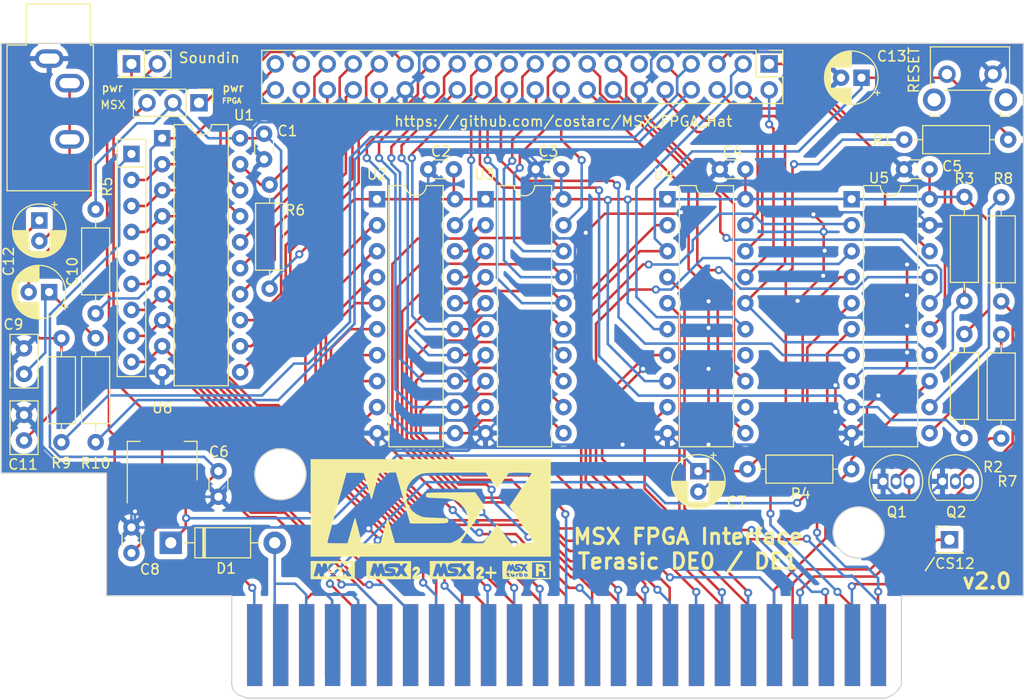
<source format=kicad_pcb>
(kicad_pcb (version 20221018) (generator pcbnew)
  (title_block (title "MSX FPGA Hat") (date "2023-12-18") (rev "2.0") (company "RCC @ 2024") (comment 1 "Designed for MSX and Terasic DE0 & DE1"))
  (layers (0 "F.Cu" signal) (31 "B.Cu" signal) (34 "B.Paste" user) (35 "F.Paste" user) (36 "B.SilkS" user "B.Silkscreen") (37 "F.SilkS" user "F.Silkscreen") (38 "B.Mask" user) (39 "F.Mask" user) (44 "Edge.Cuts" user))
  (net 0 "")
  (net 1 "GNDREF")
  (net 2 "Net-(C10-Pad1)")
  (net 3 "C_CLOCK")
  (net 4 "{slash}C_CS1")
  (net 5 "Net-(C11-Pad1)")
  (net 6 "{slash}C_MREQ")
  (net 7 "Net-(C12-Pad2)")
  (net 8 "{slash}C_RD")
  (net 9 "{slash}CS1")
  (net 10 "{slash}C_RESET")
  (net 11 "{slash}CS2")
  (net 12 "C_D7")
  (net 13 "{slash}CS12")
  (net 14 "C_D6")
  (net 15 "C_D5")
  (net 16 "C_D4")
  (net 17 "C_D3")
  (net 18 "C_D2")
  (net 19 "C_D1")
  (net 20 "C_D0")
  (net 21 "+12V")
  (net 22 "-12V")
  (net 23 "{slash}RFSH")
  (net 24 "{slash}C_WAIT")
  (net 26 "SOUNDIN")
  (net 27 "{slash}SLTSL")
  (net 28 "{slash}WAIT")
  (net 29 "{slash}INT")
  (net 30 "{slash}M1")
  (net 31 "{slash}BUSDIR")
  (net 32 "{slash}IORQ")
  (net 33 "{slash}MREQ")
  (net 34 "{slash}WR")
  (net 35 "{slash}RD")
  (net 36 "{slash}RESET")
  (net 37 "A9")
  (net 38 "A15")
  (net 39 "A11")
  (net 40 "A10")
  (net 41 "A7")
  (net 42 "A6")
  (net 43 "A12")
  (net 44 "A8")
  (net 45 "A14")
  (net 46 "A13")
  (net 47 "A1")
  (net 48 "A0")
  (net 49 "A3")
  (net 50 "A2")
  (net 51 "A5")
  (net 52 "A4")
  (net 53 "D1")
  (net 54 "D0")
  (net 55 "D3")
  (net 56 "D2")
  (net 57 "D5")
  (net 58 "D4")
  (net 59 "D7")
  (net 60 "D6")
  (net 61 "CLOCK")
  (net 62 "{slash}C_U3_OE")
  (net 63 "{slash}C_U1_OE")
  (net 64 "{slash}C_U2_OE")
  (net 65 "{slash}C_CS2_RFSH")
  (net 67 "Net-(D1-A)")
  (net 68 "SW1")
  (net 69 "Vdd")
  (net 70 "{slash}C_INT")
  (net 71 "A4_12")
  (net 72 "MSX_3.3V")
  (net 73 "DE_3.3V")
  (net 74 "A5_13")
  (net 75 "{slash}U1_D_DIR")
  (net 76 "Vcc")
  (net 77 "C_SOUND")
  (net 78 "C_AUDIO")
  (net 80 "Net-(J2-Pin_1)")
  (net 81 "{slash}C_IORQ")
  (net 82 "A3_11")
  (net 83 "A2_10")
  (net 84 "A7_15")
  (net 85 "A6_14")
  (net 86 "A1_9")
  (net 87 "A0_8")
  (net 88 "{slash}C_U4_OE")
  (net 89 "{slash}C_SLTSL")
  (net 90 "{slash}C_M1")
  (net 91 "{slash}C_WR")
  (net 93 "Net-(Q1-B)")
  (net 94 "Net-(Q2-B)")
  (net 95 "Net-(U5-B7)")
  (net 96 "Net-(U5-B8)")
  (net 97 "{slash}C_BUSDIR")
  (footprint "Resistor_THT:R_Axial_DIN0207_L6.3mm_D2.5mm_P10.16mm_Horizontal" (layer "F.Cu") (at 144.44 52.98 -90)
    (fp_text reference "R2")
    (fp_text value "4K7")
  )
  (footprint "Resistor_THT:R_Axial_DIN0207_L6.3mm_D2.5mm_P10.16mm_Horizontal" (layer "F.Cu") (at 144.44 39.58 -90)
    (fp_text reference "R3")
    (fp_text value "4K7")
  )
  (footprint "Capacitor_THT:C_Disc_D5.0mm_W2.5mm_P2.50mm" (layer "F.Cu") (at 52.54 56.88 90)
    (fp_text reference "C9")
    (fp_text value "105" hide)
  )
  (footprint "Resistor_THT:R_Axial_DIN0207_L6.3mm_D2.5mm_P10.16mm_Horizontal" (layer "F.Cu") (at 148.04 63.18 90)
    (fp_text reference "R7")
    (fp_text value "2K2" hide)
  )
  (footprint "Resistor_THT:R_Axial_DIN0207_L6.3mm_D2.5mm_P10.16mm_Horizontal" (layer "F.Cu") (at 59.54 40.8 -90)
    (fp_text reference "R5")
    (fp_text value "10K" hide)
  )
  (footprint "Package_DIP:DIP-20_W7.62mm" (layer "F.Cu") (at 115.42 39.8)
    (fp_text reference "U4")
    (fp_text value "74LVC245")
  )
  (footprint "Resistor_THT:R_Axial_DIN0207_L6.3mm_D2.5mm_P10.16mm_Horizontal" (layer "F.Cu") (at 138.56 33.98)
    (fp_text reference "R1")
    (fp_text value "10K" hide)
  )
  (footprint "Resistor_THT:R_Axial_DIN0207_L6.3mm_D2.5mm_P10.16mm_Horizontal" (layer "F.Cu") (at 123.24 66.18)
    (fp_text reference "R4")
    (fp_text value "10K")
  )
  (footprint "Resistor_THT:R_Axial_DIN0207_L6.3mm_D2.5mm_P10.16mm_Horizontal" (layer "F.Cu") (at 59.54 63.54 90)
    (fp_text reference "R10")
    (fp_text value "47" hide)
  )
  (footprint "Package_DIP:DIP-20_W7.62mm" (layer "F.Cu") (at 87.04 39.8)
    (fp_text reference "U2")
    (fp_text value "74LVC245" hide)
  )
  (footprint "Package_TO_SOT_SMD:SOT-223-3_TabPin2" (layer "F.Cu") (at 66.04 65.38 90)
    (fp_text reference "U6")
    (fp_text value "LM1117-3.3" hide)
  )
  (footprint "Capacitor_THT:C_Disc_D3.0mm_W1.6mm_P2.50mm" (layer "F.Cu") (at 141.04 36.88 180)
    (fp_text reference "C5")
    (fp_text value "0.1uf" hide)
  )
  (footprint "Connector_PinHeader_2.54mm:PinHeader_2x01_P2.54mm_Vertical" (layer "F.Cu") (at 63.04 26.58)
    (fp_text reference "J2" hide)
    (fp_text value "Soundin")
  )
  (footprint "Package_TO_SOT_THT:TO-92_Inline" (layer "F.Cu") (at 142.3 67.38)
    (fp_text reference "Q2")
    (fp_text value "2N3904" hide)
  )
  (footprint "Button_Switch_THT:SW_Tactile_SKHH_Angled" (layer "F.Cu") (at 142.74 27.58)
    (fp_text reference "SW1" hide)
    (fp_text value "RESET")
  )
  (footprint "Capacitor_THT:CP_Radial_D5.0mm_P2.00mm" (layer "F.Cu") (at 54.04 41.88 -90)
    (fp_text reference "C12")
    (fp_text value "10uF" hide)
  )
  (footprint "Capacitor_THT:C_Disc_D3.0mm_W1.6mm_P2.50mm" (layer "F.Cu") (at 71.54 66.38 -90)
    (fp_text reference "C6")
    (fp_text value "0.1uf" hide)
  )
  (footprint "Resistor_THT:R_Array_SIP9" (layer "F.Cu") (at 63.04 35.38 -90)
    (fp_text reference "RN1" hide)
    (fp_text value "10K" hide)
  )
  (footprint "Capacitor_THT:CP_Radial_D5.0mm_P2.00mm" (layer "F.Cu") (at 134.39 27.93 180)
    (fp_text reference "C13")
    (fp_text value "100uF" hide)
  )
  (footprint "Capacitor_THT:CP_Radial_D5.0mm_P2.00mm" (layer "F.Cu") (at 118.44 66.38 -90)
    (fp_text reference "C7")
    (fp_text value "10uF" hide)
  )
  (footprint "Package_TO_SOT_THT:TO-92_Inline" (layer "F.Cu") (at 136.5 67.38)
    (fp_text reference "Q1")
    (fp_text value "2N3904" hide)
  )
  (footprint "Package_DIP:DIP-20_W7.62mm" (layer "F.Cu") (at 133.42 39.8)
    (fp_text reference "U5")
    (fp_text value "74LVC245" hide)
  )
  (footprint "Capacitor_THT:C_Disc_D5.0mm_W2.5mm_P2.50mm" (layer "F.Cu") (at 52.54 63.38 90)
    (fp_text reference "C11")
    (fp_text value "105" hide)
  )
  (footprint "Connector_PinHeader_2.54mm:PinHeader_1x01_P2.54mm_Vertical" (layer "F.Cu") (at 142.99 73.08)
    (fp_text reference "J4" hide)
    (fp_text value "/CS12")
  )
  (footprint "Connector_PinHeader_2.54mm:PinHeader_1x03_P2.54mm_Vertical" (layer "F.Cu") (at 69.64 30.38 -90)
    (fp_text reference "J1" hide)
    (fp_text value "Conn_01x03_Female" hide)
  )
  (footprint "Resistor_THT:R_Axial_DIN0207_L6.3mm_D2.5mm_P10.16mm_Horizontal" (layer "F.Cu") (at 56.195067 63.55304 90)
    (fp_text reference "R9")
    (fp_text value "47" hide)
  )
  (footprint "Capacitor_THT:C_Disc_D3.0mm_W1.6mm_P2.50mm" (layer "F.Cu") (at 63.04 74.38 90)
    (fp_text reference "C8")
    (fp_text value "0.1uf" hide)
  )
  (footprint "Connector_Audio:Jack_3.5mm_CUI_SJ1-3533NG_Horizontal" (layer "F.Cu") (at 54.997248 26.057324)
    (fp_text reference "J3" hide)
    (fp_text value "AudioJack3" hide)
  )
  (footprint "Resistor_THT:R_Axial_DIN0207_L6.3mm_D2.5mm_P10.16mm_Horizontal" (layer "F.Cu") (at 76.54 48.54 90)
    (fp_text reference "R6")
    (fp_text value "10K" hide)
  )
  (footprint "Package_DIP:DIP-20_W7.62mm" (layer "F.Cu") (at 66.04 33.84)
    (fp_text reference "U1")
    (fp_text value "74LVC245" hide)
  )
  (footprint "Roni Footprints:MSX_CART_SW_Official" (layer "F.Cu") (at 99.257975 53.172798)
    (fp_text reference "CONN1" hide)
    (fp_text value "MSX_BUS" hide)
    (fp_line (start -48.95 13.4) (end -48.95 -28.6) (stroke (width 0.12)) (layer "Edge.Cuts"))
    (fp_line (start -48.95 13.4) (end -38.66 13.4) (stroke (width 0.12)) (layer "Edge.Cuts"))
    (fp_line (start -38.66 13.4) (end -38.66 25.388435) (stroke (width 0.12)) (layer "Edge.Cuts"))
    (fp_line (start -38.66 25.388435) (end -26.42 25.388435) (stroke (width 0.12)) (layer "Edge.Cuts"))
    (fp_line (start -26.42 34.091713) (end -26.42 25.388435) (stroke (width 0.12)) (layer "Edge.Cuts"))
    (fp_line (start -26.42 34.091713) (end -26.268836 34.609987) (stroke (width 0.12)) (layer "Edge.Cuts"))
    (fp_line (start -26.268836 34.609987) (end -25.815346 35.041883) (stroke (width 0.12)) (layer "Edge.Cuts"))
    (fp_line (start -25.815346 35.041883) (end -24.892279 35.390806) (stroke (width 0.12)) (layer "Edge.Cuts"))
    (fp_line (start -24.892279 35.390806) (end 37.500957 35.390806) (stroke (width 0.12)) (layer "Edge.Cuts"))
    (fp_line (start 37.500957 35.390806) (end 38.24498 35.044512) (stroke (width 0.12)) (layer "Edge.Cuts"))
    (fp_line (start 38.24498 35.044512) (end 38.647705 34.674006) (stroke (width 0.12)) (layer "Edge.Cuts"))
    (fp_line (start 38.647705 34.674006) (end 39.03 34.091713) (stroke (width 0.12)) (layer "Edge.Cuts"))
    (fp_line (start 39.03 25.388435) (end 39.03 34.091713) (stroke (width 0.12)) (layer "Edge.Cuts"))
    (fp_line (start 39.03 25.388435) (end 50.95 25.388435) (stroke (width 0.12)) (layer "Edge.Cuts"))
    (fp_line (start 50.95 -28.6) (end -48.95 -28.6) (stroke (width 0.12)) (layer "Edge.Cuts"))
    (fp_line (start 50.95 -28.6) (end 50.95 25.388435) (stroke (width 0.12)) (layer "Edge.Cuts"))
    (fp_circle (center -21.66 13.5) (end -19.16 13.5) (stroke (width 0.12)) (fill none) (layer "Edge.Cuts"))
    (fp_circle (center 34.85 19.2) (end 37.35 19.2) (stroke (width 0.12)) (fill none) (layer "Edge.Cuts"))
  )
  (footprint "Package_DIP:DIP-20_W7.62mm" (layer "F.Cu") (at 97.641911 39.8)
    (fp_text reference "U3")
    (fp_text value "74LVC245" hide)
  )
  (footprint "LOGO" (layer "F.Cu") (at 92.24 70.98)
    (fp_text reference "G***" hide)
    (fp_text value "LOGO" hide)
  )
  (footprint "Capacitor_THT:C_Disc_D3.0mm_W1.6mm_P2.50mm" (layer "F.Cu") (at 94.54 36.88 180)
    (fp_text reference "C2")
    (fp_text value "0.1uf" hide)
  )
  (footprint "Capacitor_THT:C_Disc_D3.0mm_W1.6mm_P2.50mm" (layer "F.Cu") (at 123.04 36.88 180)
    (fp_text reference "C4")
    (fp_text value "0.1uf" hide)
  )
  (footprint "Connector_PinHeader_2.54mm:PinHeader_2x20_P2.54mm_Vertical" (layer "F.Cu") (at 125.36 26.58 -90)
    (fp_text reference "IDC1" hide)
    (fp_text value "DE1 GPIO" hide)
  )
  (footprint "Capacitor_THT:C_Disc_D3.0mm_W1.6mm_P2.50mm" (layer "F.Cu") (at 105.04 36.88 180)
    (fp_text reference "C3")
    (fp_text value "0.1uf" hide)
  )
  (footprint "Resistor_THT:R_Axial_DIN0207_L6.3mm_D2.5mm_P10.16mm_Horizontal" (layer "F.Cu") (at 148.04 49.78 90)
    (fp_text reference "R8")
    (fp_text value "2K2" hide)
  )
  (footprint "Diode_THT:D_DO-41_SOD81_P10.16mm_Horizontal" (layer "F.Cu") (at 66.88 73.38)
    (fp_text reference "D1")
    (fp_text value "1N5817" hide)
  )
  (footprint "Capacitor_THT:C_Disc_D3.0mm_W1.6mm_P2.50mm" (layer "F.Cu") (at 75.999924 33.402127 -90)
    (fp_text reference "C1")
    (fp_text value "0.1uf" hide)
  )
  (footprint "Capacitor_THT:CP_Radial_D5.0mm_P2.00mm" (layer "F.Cu") (at 54.995113 48.88 180)
    (fp_text reference "C10")
    (fp_text value "10uF" hide)
  )
  (gr_text "FPGA" (at 72.84 30.18) (layer "F.SilkS") (effects (font (size 0.5 0.5) (thickness 0.125))))
  (gr_text "pwr" (at 60.04 29.38) (layer "F.SilkS") (effects (font (size 0.8 0.8)) (justify left bottom)))
  (gr_text "MSX FPGA Interface\nTerasic DE0 / DE1" (at 117.44 73.98) (layer "F.SilkS") (effects (font (size 1.5 1.5) (thickness 0.3) bold)))
  (gr_text "pwr" (at 71.84 29.38) (layer "F.SilkS") (effects (font (size 0.8 0.8)) (justify left bottom)))
  (gr_text "v2.0" (at 146.64 77.13) (layer "F.SilkS") (effects (font (size 1.5 1.5) (thickness 0.3))))
  (gr_text "MSX" (at 61.24 30.58) (layer "F.SilkS") (effects (font (size 0.8 0.8) (thickness 0.125))))
  (gr_text "https://github.com/costarc/MSX_FPGA_Hat" (at 88.64 32.78) (layer "F.SilkS") (effects (font (size 1 1)) (justify left bottom)))
  (segment (start 138.84 49.18) (end 138.84 46.18) (width 0.25) (layer "F.Cu") (net 1))
  (segment (start 134.915 60.105) (end 134.915 61.165) (width 0.25) (layer "F.Cu") (net 1))
  (segment (start 131.84 61.08) (end 133.42 62.66) (width 0.25) (layer "F.Cu") (net 1))
  (segment (start 111.04 58.38) (end 111.04 63.58) (width 0.25) (layer "F.Cu") (net 1))
  (segment (start 136.04 58.954695) (end 136.04 58.98) (width 0.25) (layer "F.Cu") (net 1))
  (segment (start 87.102299 73.142299) (end 87.102299 72.870846) (width 0.25) (layer "F.Cu") (net 1))
  (segment (start 63.74 69.08) (end 63.74 68.53) (width 0.25) (layer "F.Cu") (net 1))
  (segment (start 130.79 44.83) (end 130.69 44.93) (width 0.25) (layer "F.Cu") (net 1))
  (segment (start 138.84 56.154695) (end 136.04 58.954695) (width 0.25) (layer "F.Cu") (net 1))
  (segment (start 129.69 41.28) (end 130.69 42.28) (width 0.25) (layer "F.Cu") (net 1))
  (segment (start 130.69 44.73) (end 130.79 44.83) (width 0.25) (layer "F.Cu") (net 1))
  (segment (start 138.84 49.18) (end 138.84 52.18) (width 0.25) (layer "F.Cu") (net 1))
  (segment (start 136.04 58.98) (end 134.915 60.105) (width 0.25) (layer "F.Cu") (net 1))
  (segment (start 107.44 43.08) (end 109.305 41.215) (width 0.25) (layer "F.Cu") (net 1))
  (segment (start 136.04 58.98) (end 136.014695 58.98) (width 0.25) (layer "F.Cu") (net 1))
  (segment (start 119.44 56.38) (end 119.44 52.38) (width 0.25) (layer "F.Cu") (net 1))
  (segment (start 130.69 47.23) (end 130.64 47.28) (width 0.25) (layer "F.Cu") (net 1))
  (segment (start 113.04 56.38) (end 111.04 58.38) (width 0.25) (layer "F.Cu") (net 1))
  (segment (start 130.69 42.28) (end 130.69 42.98) (width 0.25) (layer "F.Cu") (net 1))
  (segment (start 87.102299 72.870846) (end 86.200727 71.969274) (width 0.25) (layer "F.Cu") (net 1))
  (segment (start 119.44 52.38) (end 119.44 49.78) (width 0.25) (layer "F.Cu") (net 1))
  (segment (start 63.38706 70.316298) (end 63.38706 69.43294) (width 0.25) (layer "F.Cu") (net 1))
  (segment (start 63.38706 69.43294) (end 63.74 69.08) (width 0.25) (layer "F.Cu") (net 1))
  (segment (start 128.14 49.73) (end 128.19 49.68) (width 0.25) (layer "F.Cu") (net 1))
  (segment (start 116.605 41.215) (end 116.74 41.08) (width 0.25) (layer "F.Cu") (net 1))
  (segment (start 138.84 52.18) (end 138.84 54.78) (width 0.25) (layer "F.Cu") (net 1))
  (segment (start 119.44 63.78) (end 119.44 56.38) (width 0.25) (layer "F.Cu") (net 1))
  (segment (start 130.69 42.98) (end 130.69 44.73) (width 0.25) (layer "F.Cu") (net 1))
  (segment (start 109.305 41.215) (end 116.605 41.215) (width 0.25) (layer "F.Cu") (net 1))
  (segment (start 131.84 60.58) (end 131.84 57.98) (width 0.25) (layer "F.Cu") (net 1))
  (segment (start 130.64 47.28) (end 130.59 47.28) (width 0.25) (layer "F.Cu") (net 1))
  (segment (start 138.84 54.78) (end 138.84 56.154695) (width 0.25) (layer "F.Cu") (net 1))
  (segment (start 134.915 61.165) (end 133.42 62.66) (width 0.25) (layer "F.Cu") (net 1))
  (segment (start 131.84 60.58) (end 131.84 61.08) (width 0.25) (layer "F.Cu") (net 1))
  (segment (start 63.38706 70.316298) (end 63.450762 70.38) (width 0.25) (layer "F.Cu") (net 1))
  (segment (start 130.69 44.93) (end 130.69 47.23) (width 0.25) (layer "F.Cu") (net 1))
  (segment (start 130.59 47.28) (end 128.14 49.73) (width 0.25) (layer "F.Cu") (net 1))
  (via (at 138.84 54.78) (size 0.8) (drill 0.4) (layers "F.Cu" "B.Cu") (net 1))
  (via (at 131.84 60.58) (size 0.8) (drill 0.4) (layers "F.Cu" "B.Cu") (net 1))
  (via (at 138.84 46.18) (size 0.8) (drill 0.4) (layers "F.Cu" "B.Cu") (net 1))
  (via (at 119.44 49.78) (size 0.8) (drill 0.4) (layers "F.Cu" "B.Cu") (net 1))
  (via (at 87.102299 73.142299) (size 0.8) (drill 0.4) (layers "F.Cu" "B.Cu") (net 1))
  (via (at 119.44 56.38) (size 0.8) (drill 0.4) (layers "F.Cu" "B.Cu") (net 1))
  (via (at 130.79 44.83) (size 0.8) (drill 0.4) (layers "F.Cu" "B.Cu") (net 1))
  (via (at 111.04 63.78) (size 0.8) (drill 0.4) (layers "F.Cu" "B.Cu") (net 1))
  (via (at 113.04 56.38) (size 0.8) (drill 0.4) (layers "F.Cu" "B.Cu") (net 1))
  (via (at 119.44 52.38) (size 0.8) (drill 0.4) (layers "F.Cu" "B.Cu") (net 1))
  (via (at 107.44 43.08) (size 0.8) (drill 0.4) (layers "F.Cu" "B.Cu") (net 1))
  (via (at 86.200727 71.969274) (size 0.8) (drill 0.4) (layers "F.Cu" "B.Cu") (net 1))
  (via (at 131.84 57.98) (size 0.8) (drill 0.4) (layers "F.Cu" "B.Cu") (net 1))
  (via (at 136.04 58.98) (size 0.8) (drill 0.4) (layers "F.Cu" "B.Cu") (net 1))
  (via (at 129.69 41.28) (size 0.8) (drill 0.4) (layers "F.Cu" "B.Cu") (net 1))
  (via (at 138.84 52.18) (size 0.8) (drill 0.4) (layers "F.Cu" "B.Cu") (net 1))
  (via (at 128.14 49.73) (size 0.8) (drill 0.4) (layers "F.Cu" "B.Cu") (net 1))
  (via (at 63.38706 70.316298) (size 0.8) (drill 0.4) (layers "F.Cu" "B.Cu") (net 1))
  (via (at 130.64 47.28) (size 0.8) (drill 0.4) (layers "F.Cu" "B.Cu") (net 1))
  (via (at 119.44 63.78) (size 0.8) (drill 0.4) (layers "F.Cu" "B.Cu") (net 1))
  (via (at 116.74 41.08) (size 0.8) (drill 0.4) (layers "F.Cu" "B.Cu") (net 1))
  (via (at 138.84 49.18) (size 0.8) (drill 0.4) (layers "F.Cu" "B.Cu") (net 1))
  (via (at 130.69 42.98) (size 0.8) (drill 0.4) (layers "F.Cu" "B.Cu") (net 1))
  (segment (start 104.781069 43.629904) (end 105.854896 43.629904) (width 0.25) (layer "B.Cu") (net 1))
  (segment (start 142.3 67.38) (end 140.3 69.38) (width 0.25) (layer "B.Cu") (net 1))
  (segment (start 104.136911 54.284009) (end 104.24046 54.18046) (width 0.25) (layer "B.Cu") (net 1))
  (segment (start 136.5 67.605) (end 136.5 67.38) (width 0.25) (layer "B.Cu") (net 1))
  (segment (start 106.536454 53.072842) (end 106.536454 49.641454) (width 0.25) (layer "B.Cu") (net 1))
  (segment (start 75.533933 32.277127) (end 74.874924 32.936136) (width 0.25) (layer "B.Cu") (net 1))
  (segment (start 107.44 43.08) (end 107.44 43.03) (width 0.25) (layer "B.Cu") (net 1))
  (segment (start 92.04 49.220991) (end 93.999009 51.18) (width 0.25) (layer "B.Cu") (net 1))
  (segment (start 96.226911 61.245) (end 96.064573 61.407338) (width 0.25) (layer "B.Cu") (net 1))
  (segment (start 92.04 36.88) (end 93.665 35.255) (width 0.25) (layer "B.Cu") (net 1))
  (segment (start 66.04 68.88) (end 71.54 68.88) (width 0.25) (layer "B.Cu") (net 1))
  (segment (start 86.200727 71.969274) (end 86.111453 71.88) (width 0.25) (layer "B.Cu") (net 1))
  (segment (start 106.386911 46.954009) (end 106.386911 49.433089) (width 0.25) (layer "B.Cu") (net 1))
  (segment (start 82.479129 78.419129) (end 82.079129 78.419129) (width 0.25) (layer "B.Cu") (net 1))
  (segment (start 52.54 54.38) (end 51.415 55.505) (width 0.25) (layer "B.Cu") (net 1))
  (segment (start 116.545 63.785) (end 119.435 63.785) (width 0.25) (layer "B.Cu") (net 1))
  (segment (start 119.64 67.43) (end 119.64 63.98) (width 0.25) (layer "B.Cu") (net 1))
  (segment (start 114.615 25.405) (end 113.835 26.185) (width 0.25) (layer "B.Cu") (net 1))
  (segment (start 102.54 36.88) (end 102.54 41.388835) (width 0.25) (layer "B.Cu") (net 1))
  (segment (start 85.2 83.38) (end 85.2 79.018564) (width 0.25) (layer "B.Cu") (net 1))
  (segment (start 121.665 38.005) (end 120.54 36.88) (width 0.25) (layer "B.Cu") (net 1))
  (segment (start 119.64 63.98) (end 119.44 63.78) (width 0.25) (layer "B.Cu") (net 1))
  (segment (start 113.835 26.185) (end 113.835 27.945) (width 0.25) (layer "B.Cu") (net 1))
  (segment (start 93.665 35.255) (end 101.715 35.255) (width 0.25) (layer "B.Cu") (net 1))
  (segment (start 86.111453 71.88) (end 84.74 71.88) (width 0.25) (layer "B.Cu") (net 1))
  (segment (start 74.874924 32.936136) (end 74.874924 34.777127) (width 0.25) (layer "B.Cu") (net 1))
  (segment (start 63.38706 70.316298) (end 63.38706 71.53294) (width 0.25) (layer "B.Cu") (net 1))
  (segment (start 104.24046 54.18046) (end 104.644016 53.776904) (width 0.25) (layer "B.Cu") (net 1))
  (segment (start 101.24 51.18) (end 104.24046 54.18046) (width 0.25) (layer "B.Cu") (net 1))
  (segment (start 93.999009 51.18) (end 101.24 51.18) (width 0.25) (layer "B.Cu") (net 1))
  (segment (start 101.715 35.255) (end 102.54 36.08) (width 0.25) (layer "B.Cu") (net 1))
  (segment (start 128.14 49.78) (end 129.735 51.375) (width 0.25) (layer "B.Cu") (net 1))
  (segment (start 55.99464 65.58) (end 54.14 63.72536) (width 0.25) (layer "B.Cu") (net 1))
  (segment (start 80.44 74.03) (end 78.29 71.88) (width 0.25) (layer "B.Cu") (net 1))
  (segment (start 102.54 36.08) (end 102.54 36.88) (width 0.25) (layer "B.Cu") (net 1))
  (segment (start 129.735 51.375) (end 138.035 51.375) (width 0.25) (layer "B.Cu") (net 1))
  (segment (start 133.39 41.08) (end 129.89 41.08) (width 0.25) (layer "B.Cu") (net 1))
  (segment (start 119.445 63.785) (end 126.44 63.785) (width 0.25) (layer "B.Cu") (net 1))
  (segment (start 91.165 27.755) (end 89.8 29.12) (width 0.25) (layer "B.Cu") (net 1))
  (segment (start 104.644016 53.776904) (end 105.832392 53.776904) (width 0.25) (layer "B.Cu") (net 1))
  (segment (start 118.69 68.38) (end 119.64 67.43) (width 0.25) (layer "B.Cu") (net 1))
  (segment (start 84.600565 78.419129) (end 83.346443 78.419129) (width 0.25) (layer "B.Cu") (net 1))
  (segment (start 51.415 59.755) (end 52.54 60.88) (width 0.25) (layer "B.Cu") (net 1))
  (segment (start 80.44 75.33) (end 80.44 74.03) (width 0.25) (layer "B.Cu") (net 1))
  (segment (start 141.04 42.34) (end 139.78 41.08) (width 0.25) (layer "B.Cu") (net 1))
  (segment (start 88.76 64.38) (end 95.921911 64.38) (width 0.25) (layer "B.Cu") (net 1))
  (segment (start 96.064573 61.407338) (end 92.467338 61.407338) (width 0.25) (layer "B.Cu") (net 1))
  (segment (start 91.956432 56.282903) (end 91.550242 55.876713) (width 0.25) (layer "B.Cu") (net 1))
  (segment (start 80.44 76.78) (end 80.44 75.33) (width 0.25) (layer "B.Cu") (net 1))
  (segment (start 106.386911 44.083089) (end 107.39 43.08) (width 0.25) (layer "B.Cu") (net 1))
  (segment (start 118.44 68.38) (end 118.69 68.38) (width 0.25) (layer "B.Cu") (net 1))
  (segment (start 129.89 41.08) (end 129.69 41.28) (width 0.25) (layer "B.Cu") (net 1))
  (segment (start 86.642873 32.277127) (end 75.533933 32.277127) (width 0.25) (layer "B.Cu") (net 1))
  (segment (start 85.2 79.018564) (end 84.600565 78.419129) (width 0.25) (layer "B.Cu") (net 1))
  (segment (start 96.226911 59.80592) (end 95.237738 58.816747) (width 0.25) (layer "B.Cu") (net 1))
  (segment (start 61.84 65.58) (end 55.99464 65.58) (width 0.25) (layer "B.Cu") (net 1))
  (segment (start 86.111453 71.88) (end 83.89 71.88) (width 0.25) (layer "B.Cu") (net 1))
  (segment (start 106.3575 48.724102) (end 100.984102 48.724102) (width 0.25) (layer "B.Cu") (net 1))
  (segment (start 71.54 68.28) (end 71.54 68.88) (width 0.25) (layer "B.Cu") (net 1))
  (segment (start 87.04 62.66) (end 77.16 62.66) (width 0.25) (layer "B.Cu") (net 1))
  (segment (start 54.14 62.48) (end 52.54 60.88) (width 0.25) (layer "B.Cu") (net 1))
  (segment (start 96.226911 57.55592) (end 94.953894 56.282903) (width 0.25) (layer "B.Cu") (net 1))
  (segment (start 105.854896 43.629904) (end 106.386911 44.161919) (width 0.25) (layer "B.Cu") (net 1))
  (segment (start 95.237738 58.816747) (end 91.876747 58.816747) (width 0.25) (layer "B.Cu") (net 1))
  (segment (start 102.54 41.388835) (end 104.781069 43.629904) (width 0.25) (layer "B.Cu") (net 1))
  (segment (start 87.04 62.66) (end 88.76 64.38) (width 0.25) (layer "B.Cu") (net 1))
  (segment (start 97.641911 62.66) (end 98.766911 63.785) (width 0.25) (layer "B.Cu") (net 1))
  (segment (start 74.874924 34.777127) (end 75.999924 35.902127) (width 0.25) (layer "B.Cu") (net 1))
  (segment (start 138.275 69.38) (end 136.5 67.605) (width 0.25) (layer "B.Cu") (net 1))
  (segment (start 93.04 53.78) (end 92.24 53.78) (width 0.25) (layer "B.Cu") (net 1))
  (segment (start 77.16 62.66) (end 71.54 68.28) (width 0.25) (layer "B.Cu") (net 1))
  (segment (start 91.165 25.755) (end 91.165 27.755) (width 0.25) (layer "B.Cu") (net 1))
  (segment (start 78.29 71.88) (end 63.04 71.88) (width 0.25) (layer "B.Cu") (net 1))
  (segment (start 112.66 29.12) (end 112.66 28.96) (width 0.25) (layer "B.Cu") (net 1))
  (segment (start 119.44 63.78) (end 119.445 63.785) (width 0.25) (layer "B.Cu") (net 1))
  (segment (start 92.24 53.78) (end 91.744638 53.284638) (width 0.25) (layer "B.Cu") (net 1))
  (segment (start 128.64 67.78) (end 126.44 65.58) (width 0.25) (layer "B.Cu") (net 1))
  (segment (start 140.3 69.38) (end 138.275 69.38) (width 0.25) (layer "B.Cu") (net 1))
  (segment (start 82.079129 78.419129) (end 80.44 76.78) (width 0.25) (layer "B.Cu") (net 1))
  (segment (start 132.39 27.93) (end 129.865 25.405) (width 0.25) (layer "B.Cu") (net 1))
  (segment (start 126.44 65.58) (end 126.44 63.785) (width 0.25) (layer "B.Cu") (net 1))
  (segment (start 94.953894 56.282903) (end 91.956432 56.282903) (width 0.25) (layer "B.Cu") (net 1))
  (segment (start 107.44 43.03) (end 107.39 43.08) (width 0.25) (layer "B.Cu") (net 1))
  (segment (start 106.326451 46.893549) (end 106.386911 46.954009) (width 0.25) (layer "B.Cu") (net 1))
  (segment (start 63.04 71.88) (end 63.04 66.78) (width 0.25) (layer "B.Cu") (net 1))
  (segment (start 51.415 55.505) (end 51.415 59.755) (width 0.25) (layer "B.Cu") (net 1))
  (segment (start 111.035 63.785) (end 111.04 63.78) (width 0.25) (layer "B.Cu") (net 1))
  (segment (start 97.641911 62.66) (end 104.136911 56.165) (width 0.25) (layer "B.Cu") (net 1))
  (segment (start 82.079129 78.419129) (end 82.66 79) (width 0.25) (layer "B.Cu") (net 1))
  (segment (start 101.421947 46.161947) (end 100.64 45.38) (width 0.25) (layer "B.Cu") (net 1))
  (segment (start 95.921911 64.38) (end 97.641911 62.66) (width 0.25) (layer "B.Cu") (net 1))
  (segment (start 92.467338 61.407338) (end 92.305 61.245) (width 0.25) (layer "B.Cu") (net 1))
  (segment (start 63.04 71.88) (end 66.04 68.88) (width 0.25) (layer "B.Cu") (net 1))
  (segment (start 128.14 49.73) (end 128.14 49.78) (width 0.25) (layer "B.Cu") (net 1))
  (segment (start 138.035 51.375) (end 138.84 52.18) (width 0.25) (layer "B.Cu") (net 1))
  (segment (start 92.04 36.88) (end 92.04 49.220991) (width 0.25) (layer "B.Cu") (net 1))
  (segment (start 138.54 36.88) (end 137.415 38.005) (width 0.25) (layer "B.Cu") (net 1))
  (segment (start 106.386911 44.161919) (end 106.386911 46.833089) (width 0.25) (layer "B.Cu") (net 1))
  (segment (start 115.42 62.66) (end 116.545 63.785) (width 0.25) (layer "B.Cu") (net 1))
  (segment (start 126.44 63.785) (end 132.295 63.785) (width 0.25) (layer "B.Cu") (net 1))
  (segment (start 111.04 63.78) (end 111.045 63.785) (width 0.25) (layer "B.Cu") (net 1))
  (segment (start 91.515 25.405) (end 91.165 25.755) (width 0.25) (layer "B.Cu") (net 1))
  (segment (start 96.226911 59.80592) (end 96.226911 57.55592) (width 0.25) (layer "B.Cu") (net 1))
  (segment (start 83.346443 78.419129) (end 82.479129 78.419129) (width 0.25) (layer "B.Cu") (net 1))
  (segment (start 114.615 25.405) (end 91.515 25.405) (width 0.25) (layer "B.Cu") (net 1))
  (segment (start 119.435 63.785) (end 119.44 63.78) (width 0.25) (layer "B.Cu") (net 1))
  (segment (start 96.226911 54.864009) (end 95.142902 53.78) (width 0.25) (layer "B.Cu") (net 1))
  (segment (start 106.326451 46.161947) (end 101.421947 46.161947) (width 0.25) (layer "B.Cu") (net 1))
  (segment (start 106.536454 49.641454) (end 106.386911 49.491911) (width 0.25) (layer "B.Cu") (net 1))
  (segment (start 129.865 25.405) (end 114.615 25.405) (width 0.25) (layer "B.Cu") (net 1))
  (segment (start 105.832392 53.776904) (end 106.536454 53.072842) (width 0.25) (layer "B.Cu") (net 1))
  (segment (start 113.835 27.945) (end 112.66 29.12) (width 0.25) (layer "B.Cu") (net 1))
  (segment (start 54.14 63.72536) (end 54.14 62.48) (width 0.25) (layer "B.Cu") (net 1))
  (segment (start 137.415 38.005) (end 121.665 38.005) (width 0.25) (layer "B.Cu") (net 1))
  (segment (start 106.386911 46.833089) (end 106.326451 46.893549) (width 0.25) (layer "B.Cu") (net 1))
  (segment (start 82.66 79) (end 82.66 83.38) (width 0.25) (layer "B.Cu") (net 1))
  (segment (start 111.045 63.785) (end 114.295 63.785) (width 0.25) (layer "B.Cu") (net 1))
  (segment (start 98.766911 63.785) (end 111.035 63.785) (width 0.25) (layer "B.Cu") (net 1))
  (segment (start 63.04 66.78) (end 61.84 65.58) (width 0.25) (layer "B.Cu") (net 1))
  (segment (start 63.38706 71.53294) (end 63.04 71.88) (width 0.25) (layer "B.Cu") (net 1))
  (segment (start 107.39 43.08) (end 107.44 43.08) (width 0.25) (layer "B.Cu") (net 1))
  (segment (start 132.295 63.785) (end 133.42 62.66) (width 0.25) (layer "B.Cu") (net 1))
  (segment (start 96.226911 61.245) (end 96.226911 59.80592) (width 0.25) (layer "B.Cu") (net 1))
  (segment (start 95.142902 53.78) (end 93.04 53.78) (width 0.25) (layer "B.Cu") (net 1))
  (segment (start 97.641911 62.66) (end 96.226911 61.245) (width 0.25) (layer "B.Cu") (net 1))
  (segment (start 83.89 71.88) (end 80.44 75.33) (width 0.25) (layer "B.Cu") (net 1))
  (segment (start 139.78 41.08) (end 133.39 41.08) (width 0.25) (layer "B.Cu") (net 1))
  (segment (start 89.8 29.12) (end 91.522653 30.842653) (width 0.25) (layer "B.Cu") (net 1))
  (segment (start 91.876747 58.816747) (end 91.765 58.705) (width 0.25) (layer "B.Cu") (net 1))
  (segment (start 100.984102 48.724102) (end 100.04 47.78) (width 0.25) (layer "B.Cu") (net 1))
  (segment (start 114.295 63.785) (end 115.42 62.66) (width 0.25) (layer "B.Cu") (net 1))
  (segment (start 106.386911 44.161919) (end 106.386911 44.083089) (width 0.25) (layer "B.Cu") (net 1))
  (segment (start 89.8 29.12) (end 86.642873 32.277127) (width 0.25) (layer "B.Cu") (net 1))
  (segment (start 104.136911 56.165) (end 104.136911 54.284009) (width 0.25) (layer "B.Cu") (net 1))
  (segment (start 96.226911 57.55592) (end 96.226911 54.864009) (width 0.25) (layer "B.Cu") (net 1))
  (segment (start 55.04 48.88) (end 59.54 53.38) (width 0.25) (layer "F.Cu") (net 2))
  (segment (start 54.995113 48.88) (end 55.04 48.88) (width 0.25) (layer "F.Cu") (net 2))
  (segment (start 54.620067 54.799933) (end 52.54 56.88) (width 0.25) (layer "B.Cu") (net 2))
  (segment (start 54.995113 48.88) (end 54.620067 49.255046) (width 0.25) (layer "B.Cu") (net 2))
  (segment (start 54.620067 49.255046) (end 54.620067 54.799933) (width 0.25) (layer "B.Cu") (net 2))
  (segment (start 142.54 51) (end 141.04 52.5) (width 0.25) (layer "F.Cu") (net 3))
  (segment (start 140.09 32.43) (end 142.54 34.88) (width 0.25) (layer "F.Cu") (net 3))
  (segment (start 133.09 32.43) (end 140.09 32.43) (width 0.25) (layer "F.Cu") (net 3))
  (segment (start 125.36 26.58) (end 127.24 26.58) (width 0.25) (layer "F.Cu") (net 3))
  (segment (start 142.54 34.88) (end 142.54 51) (width 0.25) (layer "F.Cu") (net 3))
  (segment (start 127.24 26.58) (end 133.09 32.43) (width 0.25) (layer "F.Cu") (net 3))
  (segment (start 114.364695 51.33) (end 121.87 51.33) (width 0.25) (layer "B.Cu") (net 4))
  (segment (start 112.39 49.355305) (end 114.364695 51.33) (width 0.25) (layer "B.Cu") (net 4))
  (segment (start 112.39 38.671701) (end 112.39 49.355305) (width 0.25) (layer "B.Cu") (net 4))
  (segment (start 121.645 27.755) (end 121.645 29.416701) (width 0.25) (layer "B.Cu") (net 4))
  (segment (start 121.87 51.33) (end 123.04 52.5) (width 0.25) (layer "B.Cu") (net 4))
  (segment (start 122.82 26.58) (end 121.645 27.755) (width 0.25) (layer "B.Cu") (net 4))
  (segment (start 121.645 29.416701) (end 112.39 38.671701) (width 0.25) (layer "B.Cu") (net 4))
  (segment (start 54.04 41.88) (end 51.870113 44.049887) (width 0.25) (layer "F.Cu") (net 5))
  (segment (start 52.54 63.38) (end 56.195067 59.724933) (width 0.25) (layer "F.Cu") (net 5))
  (segment (start 54.05304 53.39304) (end 56.195067 53.39304) (width 0.25) (layer "F.Cu") (net 5))
  (segment (start 51.870113 44.049887) (end 51.870113 51.210113) (width 0.25) (layer "F.Cu") (net 5))
  (segment (start 56.195067 59.724933) (end 56.195067 53.39304) (width 0.25) (layer "F.Cu") (net 5))
  (segment (start 51.870113 51.210113) (end 54.05304 53.39304) (width 0.25) (layer "F.Cu") (net 5))
  (segment (start 121.915 56.455) (end 121.915 40.255) (width 0.25) (layer "F.Cu") (net 6))
  (segment (start 111.39 29.73) (end 111.39 27.85) (width 0.25) (layer "F.Cu") (net 6))
  (segment (start 123.04 57.58) (end 121.915 56.455) (width 0.25) (layer "F.Cu") (net 6))
  (segment (start 121.915 40.255) (end 111.39 29.73) (width 0.25) (layer "F.Cu") (net 6))
  (segment (start 111.39 27.85) (end 110.12 26.58) (width 0.25) (layer "F.Cu") (net 6))
  (segment (start 54.34 43.88) (end 54.04 43.88) (width 0.25) (layer "F.Cu") (net 7))
  (segment (start 56.997248 33.957324) (end 56.997248 41.222752) (width 0.25) (layer "F.Cu") (net 7))
  (segment (start 56.997248 41.222752) (end 54.34 43.88) (width 0.25) (layer "F.Cu") (net 7))
  (segment (start 56.997248 28.457324) (end 56.997248 33.957324) (width 0.25) (layer "F.Cu") (net 7))
  (segment (start 130.953604 30.93) (end 132.903604 32.88) (width 0.25) (layer "F.Cu") (net 8))
  (segment (start 122.82 29.12) (end 122.82 29.76) (width 0.25) (layer "F.Cu") (net 8))
  (segment (start 136.69 40.53) (end 141.04 44.88) (width 0.25) (layer "F.Cu") (net 8))
  (segment (start 124.63 30.93) (end 130.953604 30.93) (width 0.25) (layer "F.Cu") (net 8))
  (segment (start 133.49 32.88) (end 136.69 36.08) (width 0.25) (layer "F.Cu") (net 8))
  (segment (start 132.903604 32.88) (end 133.49 32.88) (width 0.25) (layer "F.Cu") (net 8))
  (segment (start 122.82 29.12) (end 124.63 30.93) (width 0.25) (layer "F.Cu") (net 8))
  (segment (start 136.69 36.08) (end 136.69 40.53) (width 0.25) (layer "F.Cu") (net 8))
  (segment (start 116.59 70.23) (end 116.59 51.13) (width 0.25) (layer "F.Cu") (net 9))
  (segment (start 129.04 72.98) (end 128.99 73.03) (width 0.25) (layer "F.Cu") (net 9))
  (segment (start 116.59 51.13) (end 115.42 49.96) (width 0.25) (layer "F.Cu") (net 9))
  (segment (start 119.39 73.03) (end 116.59 70.23) (width 0.25) (layer "F.Cu") (net 9))
  (segment (start 128.99 73.03) (end 119.39 73.03) (width 0.25) (layer "F.Cu") (net 9))
  (via (at 129.04 72.98) (size 0.8) (drill 0.4) (layers "F.Cu" "B.Cu") (net 9))
  (segment (start 132.664695 76.63) (end 133.34 76.63) (width 0.25) (layer "B.Cu") (net 9))
  (segment (start 129.04 72.98) (end 130.515 74.455) (width 0.25) (layer "B.Cu") (net 9))
  (segment (start 133.34 76.63) (end 133.39 76.58) (width 0.25) (layer "B.Cu") (net 9))
  (segment (start 130.515 74.480305) (end 132.664695 76.63) (width 0.25) (layer "B.Cu") (net 9))
  (segment (start 135.94 83.32) (end 136 83.38) (width 0.25) (layer "B.Cu") (net 9))
  (segment (start 133.39 76.58) (end 133.425474 76.58) (width 0.25) (layer "B.Cu") (net 9))
  (segment (start 130.515 74.455) (end 130.515 74.480305) (width 0.25) (layer "B.Cu") (net 9))
  (segment (start 135.94 79.094526) (end 135.94 83.32) (width 0.25) (layer "B.Cu") (net 9))
  (segment (start 133.425474 76.58) (end 135.94 79.094526) (width 0.25) (layer "B.Cu") (net 9))
  (segment (start 125.79 32.91) (end 125.79 44.67) (width 0.25) (layer "F.Cu") (net 10))
  (segment (start 125.79 44.67) (end 123.04 47.42) (width 0.25) (layer "F.Cu") (net 10))
  (segment (start 125.36 29.12) (end 125.59 29.35) (width 0.25) (layer "F.Cu") (net 10))
  (segment (start 125.36 32.48) (end 125.79 32.91) (width 0.25) (layer "F.Cu") (net 10))
  (via (at 125.36 32.48) (size 0.8) (drill 0.4) (layers "F.Cu" "B.Cu") (net 10))
  (segment (start 125.36 32.48) (end 125.36 29.12) (width 0.25) (layer "B.Cu") (net 10))
  (segment (start 135.973216 78.146959) (end 135.973216 78.146959) (width 0.25) (layer "F.Cu") (net 11))
  (segment (start 130.04 72.38) (end 130.04 66.58) (width 0.25) (layer "F.Cu") (net 11))
  (segment (start 130.04 66.58) (end 131.04 65.58) (width 0.25) (layer "F.Cu") (net 11))
  (segment (start 136 78.173743) (end 136.017738 78.191481) (width 0.25) (layer "F.Cu") (net 11))
  (segment (start 131.04 54.88) (end 133.42 52.5) (width 0.25) (layer "F.Cu") (net 11))
  (segment (start 136 83.38) (end 136 78.173743) (width 0.25) (layer "F.Cu") (net 11))
  (segment (start 136.017738 78.146959) (end 135.973216 78.146959) (width 0.25) (layer "F.Cu") (net 11))
  (segment (start 136.017738 78.191481) (end 136.017738 78.146959) (width 0.25) (layer "F.Cu") (net 11))
  (segment (start 131.04 65.58) (end 131.04 54.88) (width 0.25) (layer "F.Cu") (net 11))
  (via (at 130.04 72.38) (size 0.8) (drill 0.4) (layers "F.Cu" "B.Cu") (net 11))
  (via (at 136.017738 78.146959) (size 0.8) (drill 0.4) (layers "F.Cu" "B.Cu") (net 11))
  (segment (start 134.89 75.73) (end 136.017738 76.857738) (width 0.25) (layer "B.Cu") (net 11))
  (segment (start 136.017738 76.857738) (end 136.017738 78.146959) (width 0.25) (layer "B.Cu") (net 11))
  (segment (start 130.04 72.38) (end 130.04 72.954695) (width 0.25) (layer "B.Cu") (net 11))
  (segment (start 130.04 72.954695) (end 132.815305 75.73) (width 0.25) (layer "B.Cu") (net 11))
  (segment (start 132.815305 75.73) (end 134.89 75.73) (width 0.25) (layer "B.Cu") (net 11))
  (segment (start 73.66 56.7) (end 78.565 51.795) (width 0.25) (layer "F.Cu") (net 12))
  (segment (start 78.565 44.855) (end 85.246769 38.173231) (width 0.25) (layer "F.Cu") (net 12))
  (segment (start 85.246769 33.973231) (end 87.26 31.96) (width 0.25) (layer "F.Cu") (net 12))
  (segment (start 87.26 31.96) (end 87.26 29.12) (width 0.25) (layer "F.Cu") (net 12))
  (segment (start 78.565 51.795) (end 78.565 44.855) (width 0.25) (layer "F.Cu") (net 12))
  (segment (start 85.246769 38.173231) (end 85.246769 33.973231) (width 0.25) (layer "F.Cu") (net 12))
  (segment (start 133.445437 77.624561) (end 133.648039 77.421959) (width 0.25) (layer "F.Cu") (net 13))
  (segment (start 133.648039 77.421959) (end 137.398041 77.421959) (width 0.25) (layer "F.Cu") (net 13))
  (segment (start 137.398041 77.421959) (end 141.74 73.08) (width 0.25) (layer "F.Cu") (net 13))
  (segment (start 141.74 73.08) (end 142.99 73.08) (width 0.25) (layer "F.Cu") (net 13))
  (via (at 133.445437 77.624561) (size 0.8) (drill 0.4) (layers "F.Cu" "B.Cu") (net 13))
  (segment (start 133.445437 83.365437) (end 133.46 83.38) (width 0.25) (layer "B.Cu") (net 13))
  (segment (start 133.445437 77.624561) (end 133.445437 83.365437) (width 0.25) (layer "B.Cu") (net 13))
  (segment (start 78.115 50.805) (end 74.76 54.16) (width 0.25) (layer "F.Cu") (net 14))
  (segment (start 84.64 37.78) (end 78.115 44.305) (width 0.25) (layer "F.Cu") (net 14))
  (segment (start 74.76 54.16) (end 73.66 54.16) (width 0.25) (layer "F.Cu") (net 14))
  (segment (start 85.978688 27.861312) (end 85.978688 32.041312) (width 0.25) (layer "F.Cu") (net 14))
  (segment (start 84.64 33.38) (end 84.64 37.78) (width 0.25) (layer "F.Cu") (net 14))
  (segment (start 85.978688 32.041312) (end 84.64 33.38) (width 0.25) (layer "F.Cu") (net 14))
  (segment (start 87.26 26.58) (end 85.978688 27.861312) (width 0.25) (layer "F.Cu") (net 14))
  (segment (start 78.115 44.305) (end 78.115 50.805) (width 0.25) (layer "F.Cu") (net 14))
  (segment (start 77.665 43.580305) (end 77.665 49.005991) (width 0.25) (layer "F.Cu") (net 15))
  (segment (start 83.995 37.250305) (end 77.665 43.580305) (width 0.25) (layer "F.Cu") (net 15))
  (segment (start 75.050991 51.62) (end 73.66 51.62) (width 0.25) (layer "F.Cu") (net 15))
  (segment (start 84.72 29.12) (end 83.995 29.845) (width 0.25) (layer "F.Cu") (net 15))
  (segment (start 77.665 49.005991) (end 75.050991 51.62) (width 0.25) (layer "F.Cu") (net 15))
  (segment (start 83.995 29.845) (end 83.995 37.250305) (width 0.25) (layer "F.Cu") (net 15))
  (segment (start 77.04 42.58) (end 77.04 45.7) (width 0.25) (layer "F.Cu") (net 16))
  (segment (start 84.72 26.58) (end 83.389226 27.910774) (width 0.25) (layer "F.Cu") (net 16))
  (segment (start 77.04 45.7) (end 73.66 49.08) (width 0.25) (layer "F.Cu") (net 16))
  (segment (start 83.389226 27.910774) (end 83.389226 36.230774) (width 0.25) (layer "F.Cu") (net 16))
  (segment (start 83.389226 36.230774) (end 77.04 42.58) (width 0.25) (layer "F.Cu") (net 16))
  (segment (start 76.24 43.96) (end 73.66 46.54) (width 0.25) (layer "F.Cu") (net 17))
  (segment (start 76.24 41.78) (end 76.24 43.96) (width 0.25) (layer "F.Cu") (net 17))
  (segment (start 82.04 29.26) (end 82.18 29.12) (width 0.25) (layer "F.Cu") (net 17))
  (segment (start 82.18 35.84) (end 76.24 41.78) (width 0.25) (layer "F.Cu") (net 17))
  (segment (start 82.18 29.12) (end 82.18 35.84) (width 0.25) (layer "F.Cu") (net 17))
  (segment (start 80.92162 35.789371) (end 80.92162 27.83838) (width 0.25) (layer "F.Cu") (net 18))
  (segment (start 73.665496 44) (end 75.19 42.475496) (width 0.25) (layer "F.Cu") (net 18))
  (segment (start 75.19 42.475496) (end 75.19 41.520991) (width 0.25) (layer "F.Cu") (net 18))
  (segment (start 75.19 41.520991) (end 80.92162 35.789371) (width 0.25) (layer "F.Cu") (net 18))
  (segment (start 73.66 44) (end 73.665496 44) (width 0.25) (layer "F.Cu") (net 18))
  (segment (start 80.92162 27.83838) (end 82.18 26.58) (width 0.25) (layer "F.Cu") (net 18))
  (segment (start 77.1 26.92) (end 77.1 26.58) (width 0.25) (layer "F.Cu") (net 19))
  (segment (start 71.742417 39.542417) (end 71.742417 32.277583) (width 0.25) (layer "F.Cu") (net 19))
  (segment (start 71.742417 32.277583) (end 77.1 26.92) (width 0.25) (layer "F.Cu") (net 19))
  (segment (start 73.66 41.46) (end 71.742417 39.542417) (width 0.25) (layer "F.Cu") (net 19))
  (segment (start 72.361857 33.118143) (end 76.36 29.12) (width 0.25) (layer "F.Cu") (net 20))
  (segment (start 72.361857 37.621857) (end 72.361857 33.118143) (width 0.25) (layer "F.Cu") (net 20))
  (segment (start 76.36 29.12) (end 77.1 29.12) (width 0.25) (layer "F.Cu") (net 20))
  (segment (start 73.66 38.92) (end 72.361857 37.621857) (width 0.25) (layer "F.Cu") (net 20))
  (segment (start 130.92 78.26) (end 130.92 83.38) (width 0.25) (layer "F.Cu") (net 23))
  (segment (start 116.03 48.03) (end 115.738198 47.738198) (width 0.25) (layer "F.Cu") (net 23))
  (segment (start 116.04 48.03) (end 116.03 48.03) (width 0.25) (layer "F.Cu") (net 23))
  (segment (start 123.64 72.13) (end 119.19 72.13) (width 0.25) (layer "F.Cu") (net 23))
  (segment (start 130.827701 78.167701) (end 130.92 78.26) (width 0.25) (layer "F.Cu") (net 23))
  (segment (start 119.19 72.13) (end 117.09 70.03) (width 0.25) (layer "F.Cu") (net 23))
  (segment (start 117.09 70.03) (end 117.09 49.08) (width 0.25) (layer "F.Cu") (net 23))
  (segment (start 117.09 49.08) (end 116.04 48.03) (width 0.25) (layer "F.Cu") (net 23))
  (via (at 130.827701 78.167701) (size 0.8) (drill 0.4) (layers "F.Cu" "B.Cu") (net 23))
  (via (at 123.64 72.13) (size 0.8) (drill 0.4) (layers "F.Cu" "B.Cu") (net 23))
  (segment (start 123.64 72.13) (end 123.64 72.28) (width 0.25) (layer "B.Cu") (net 23))
  (segment (start 123.64 72.28) (end 129.527701 78.167701) (width 0.25) (layer "B.Cu") (net 23))
  (segment (start 129.527701 78.167701) (end 130.827701 78.167701) (width 0.25) (layer "B.Cu") (net 23))
  (segment (start 120.28 26.58) (end 121.455 25.405) (width 0.25) (layer "F.Cu") (net 24))
  (segment (start 121.455 25.405) (end 126.701396 25.405) (width 0.25) (layer "F.Cu") (net 24))
  (segment (start 126.701396 25.405) (end 133.276396 31.98) (width 0.25) (layer "F.Cu") (net 24))
  (segment (start 140.29 31.98) (end 143.14 34.83) (width 0.25) (layer "F.Cu") (net 24))
  (segment (start 143.14 34.83) (end 143.14 45.08) (width 0.25) (layer "F.Cu") (net 24))
  (segment (start 143.14 45.08) (end 144.44 46.38) (width 0.25) (layer "F.Cu") (net 24))
  (segment (start 144.44 46.38) (end 144.44 49.74) (width 0.25) (layer "F.Cu") (net 24))
  (segment (start 133.276396 31.98) (end 140.29 31.98) (width 0.25) (layer "F.Cu") (net 24))
  (segment (start 143.315 50.865) (end 143.315 54.505) (width 0.25) (layer "B.Cu") (net 24))
  (segment (start 143.315 54.505) (end 141.499832 56.320168) (width 0.25) (layer "B.Cu") (net 24))
  (segment (start 141.499832 56.320168) (end 134.679832 56.320168) (width 0.25) (layer "B.Cu") (net 24))
  (segment (start 144.44 49.74) (end 143.315 50.865) (width 0.25) (layer "B.Cu") (net 24))
  (segment (start 134.679832 56.320168) (end 133.42 57.58) (width 0.25) (layer "B.Cu") (net 24))
  (segment (start 65.58 26.58) (end 60.665 31.495) (width 0.25) (layer "F.Cu") (net 26))
  (segment (start 60.84 62.38) (end 61.39832 62.93832) (width 0.25) (layer "F.Cu") (net 26))
  (segment (start 60.665 31.495) (end 60.665 46.355) (width 0.25) (layer "F.Cu") (net 26))
  (segment (start 61.39832 62.93832) (end 61.39832 74.73832) (width 0.25) (layer "F.Cu") (net 26))
  (segment (start 61.39832 74.73832) (end 63.000435 76.340435) (width 0.25) (layer "F.Cu") (net 26))
  (segment (start 60.665 46.355) (end 60.84 46.53) (width 0.25) (layer "F.Cu") (net 26))
  (segment (start 63.000435 76.340435) (end 73.400435 76.340435) (width 0.25) (layer "F.Cu") (net 26))
  (segment (start 60.84 46.53) (end 60.84 62.38) (width 0.25) (layer "F.Cu") (net 26))
  (segment (start 73.400435 76.340435) (end 74.84 77.78) (width 0.25) (layer "F.Cu") (net 26))
  (via (at 74.84 77.78) (size 0.8) (drill 0.4) (layers "F.Cu" "B.Cu") (net 26))
  (segment (start 74.84 77.78) (end 75.04 77.98) (width 0.25) (layer "B.Cu") (net 26))
  (segment (start 75.04 77.98) (end 75.04 83.38) (width 0.25) (layer "B.Cu") (net 26))
  (segment (start 132.28863 47.42) (end 133.42 47.42) (width 0.25) (layer "F.Cu") (net 27))
  (segment (start 133.46 79.8) (end 133.46 83.38) (width 0.25) (layer "F.Cu") (net 27))
  (segment (start 125.49 67.53) (end 128.64 64.38) (width 0.25) (layer "F.Cu") (net 27))
  (segment (start 133.46 83.38) (end 133.46 79.6) (width 0.25) (layer "F.Cu") (net 27))
  (segment (start 133.46 79.6) (end 132.04 78.18) (width 0.25) (layer "F.Cu") (net 27))
  (segment (start 128.64 51.06863) (end 132.28863 47.42) (width 0.25) (layer "F.Cu") (net 27))
  (segment (start 128.64 64.38) (end 128.64 51.06863) (width 0.25) (layer "F.Cu") (net 27))
  (segment (start 125.49 70.53) (end 125.49 67.53) (width 0.25) (layer "F.Cu") (net 27))
  (via (at 125.49 70.53) (size 0.8) (drill 0.4) (layers "F.Cu" "B.Cu") (net 27))
  (via (at 132.04 78.18) (size 0.8) (drill 0.4) (layers "F.Cu" "B.Cu") (net 27))
  (segment (start 125.49 70.53) (end 125.49 71.63) (width 0.25) (layer "B.Cu") (net 27))
  (segment (start 125.49 71.63) (end 132.04 78.18) (width 0.25) (layer "B.Cu") (net 27))
  (segment (start 128.38 78.04) (end 129.74 76.68) (width 0.25) (layer "F.Cu") (net 28))
  (segment (start 128.38 78.24) (end 128.38 78.04) (width 0.25) (layer "F.Cu") (net 28))
  (segment (start 144.84 67.537082) (end 144.84 67.38) (width 0.25) (layer "F.Cu") (net 28))
  (segment (start 135.697082 76.68) (end 144.84 67.537082) (width 0.25) (layer "F.Cu") (net 28))
  (segment (start 129.74 76.68) (end 135.697082 76.68) (width 0.25) (layer "F.Cu") (net 28))
  (segment (start 128.44 78.18) (end 128.44 78.03) (width 0.25) (layer "F.Cu") (net 28))
  (segment (start 128.38 78.24) (end 128.44 78.18) (width 0.25) (layer "F.Cu") (net 28))
  (via (at 128.38 78.24) (size 0.8) (drill 0.4) (layers "F.Cu" "B.Cu") (net 28))
  (segment (start 128.38 78.24) (end 128.38 83.38) (width 0.25) (layer "B.Cu") (net 28))
  (segment (start 139.04 72.18) (end 139.04 67.38) (width 0.25) (layer "F.Cu") (net 29))
  (segment (start 128.38 83.38) (end 127.655 82.655) (width 0.25) (layer "F.Cu") (net 29))
  (segment (start 129.04 75.98) (end 135.24 75.98) (width 0.25) (layer "F.Cu") (net 29))
  (segment (start 127.655 77.365) (end 129.04 75.98) (width 0.25) (layer "F.Cu") (net 29))
  (segment (start 127.655 82.655) (end 127.655 77.365) (width 0.25) (layer "F.Cu") (net 29))
  (segment (start 135.24 75.98) (end 139.04 72.18) (width 0.25) (layer "F.Cu") (net 29))
  (segment (start 115.665 76.755) (end 106.99 68.08) (width 0.25) (layer "F.Cu") (net 30))
  (segment (start 106.99 68.08) (end 106.99 49.63863) (width 0.25) (layer "F.Cu") (net 30))
  (segment (start 106.99 49.63863) (end 114.28863 42.34) (width 0.25) (layer "F.Cu") (net 30))
  (segment (start 114.28863 42.34) (end 115.42 42.34) (width 0.25) (layer "F.Cu") (net 30))
  (via (at 115.665 76.755) (size 0.8) (drill 0.4) (layers "F.Cu" "B.Cu") (net 30))
  (segment (start 115.665 76.755) (end 124.415 76.755) (width 0.25) (layer "B.Cu") (net 30))
  (segment (start 125.84 78.18) (end 125.84 83.38) (width 0.25) (layer "B.Cu") (net 30))
  (segment (start 124.415 76.755) (end 125.84 78.18) (width 0.25) (layer "B.Cu") (net 30))
  (segment (start 133.4 65.22) (end 133.4 66.18) (width 0.25) (layer "F.Cu") (net 31))
  (segment (start 141.04 57.58) (end 133.4 65.22) (width 0.25) (layer "F.Cu") (net 31))
  (segment (start 125.84 77.98) (end 130.865 72.955) (width 0.25) (layer "F.Cu") (net 31))
  (segment (start 125.84 83.38) (end 125.84 77.98) (width 0.25) (layer "F.Cu") (net 31))
  (segment (start 130.865 72.955) (end 130.865 68.715) (width 0.25) (layer "F.Cu") (net 31))
  (segment (start 130.865 68.715) (end 133.4 66.18) (width 0.25) (layer "F.Cu") (net 31))
  (segment (start 113.19 62.35) (end 115.42 60.12) (width 0.25) (layer "F.Cu") (net 32))
  (segment (start 123.302503 78.192503) (end 113.19 68.08) (width 0.25) (layer "F.Cu") (net 32))
  (segment (start 123.302503 78.270098) (end 123.302503 78.192503) (width 0.25) (layer "F.Cu") (net 32))
  (segment (start 113.19 68.08) (end 113.19 62.35) (width 0.25) (layer "F.Cu") (net 32))
  (via (at 123.302503 78.270098) (size 0.8) (drill 0.4) (layers "F.Cu" "B.Cu") (net 32))
  (segment (start 123.302503 78.270098) (end 123.256711 78.270098) (width 0.25) (layer "B.Cu") (net 32))
  (segment (start 123.302503 78.31589) (end 123.302503 78.270098) (width 0.25) (layer "B.Cu") (net 32))
  (segment (start 123.256711 78.270098) (end 123.293345 78.306732) (width 0.25) (layer "B.Cu") (net 32))
  (segment (start 123.3 83.38) (end 123.3 78.313387) (width 0.25) (layer "B.Cu") (net 32))
  (segment (start 123.3 78.313387) (end 123.302503 78.31589) (width 0.25) (layer "B.Cu") (net 32))
  (segment (start 109.04 59.354695) (end 109.04 65.18) (width 0.25) (layer "F.Cu") (net 33))
  (segment (start 109.04 65.18) (end 123.3 79.44) (width 0.25) (layer "F.Cu") (net 33))
  (segment (start 113.354695 55.04) (end 109.04 59.354695) (width 0.25) (layer "F.Cu") (net 33))
  (segment (start 115.42 55.04) (end 113.354695 55.04) (width 0.25) (layer "F.Cu") (net 33))
  (segment (start 123.3 79.44) (end 123.3 83.38) (width 0.25) (layer "F.Cu") (net 33))
  (segment (start 120.673878 78.213878) (end 108.44 65.98) (width 0.25) (layer "F.Cu") (net 34))
  (segment (start 133.42 45.4) (end 133.42 44.88) (width 0.25) (layer "F.Cu") (net 34))
  (segment (start 111.79 48.63) (end 114.29 48.63) (width 0.25) (layer "F.Cu") (net 34))
  (segment (start 108.44 65.98) (end 108.44 51.98) (width 0.25) (layer "F.Cu") (net 34))
  (segment (start 120.748775 78.213878) (end 120.673878 78.213878) (width 0.25) (layer "F.Cu") (net 34))
  (segment (start 108.44 51.98) (end 111.79 48.63) (width 0.25) (layer "F.Cu") (net 34))
  (via (at 114.29 48.63) (size 0.8) (drill 0.4) (layers "F.Cu" "B.Cu") (net 34))
  (via (at 120.748775 78.213878) (size 0.8) (drill 0.4) (layers "F.Cu" "B.Cu") (net 34))
  (segment (start 114.29 48.63) (end 114.39 48.63) (width 0.25) (layer "B.Cu") (net 34))
  (segment (start 133.42 44.88) (end 132.17 46.13) (width 0.25) (layer "B.Cu") (net 34))
  (segment (start 122.064805 46.13) (end 121.489805 45.555) (width 0.25) (layer "B.Cu") (net 34))
  (segment (start 121.489805 45.555) (end 118.875991 45.555) (width 0.25) (layer "B.Cu") (net 34))
  (segment (start 132.17 46.13) (end 122.064805 46.13) (width 0.25) (layer "B.Cu") (net 34))
  (segment (start 120.748775 78.213878) (end 120.76 78.225103) (width 0.25) (layer "B.Cu") (net 34))
  (segment (start 120.76 78.225103) (end 120.76 83.38) (width 0.25) (layer "B.Cu") (net 34))
  (segment (start 115.800991 48.63) (end 114.29 48.63) (width 0.25) (layer "B.Cu") (net 34))
  (segment (start 118.875991 45.555) (end 115.800991 48.63) (width 0.25) (layer "B.Cu") (net 34))
  (segment (start 120.76 83.38) (end 120.76 79.5) (width 0.25) (layer "F.Cu") (net 35))
  (segment (start 133.42 42.8) (end 133.42 42.34) (width 0.25) (layer "F.Cu") (net 35))
  (segment (start 113.04 46.18) (end 113.59 46.18) (width 0.25) (layer "F.Cu") (net 35))
  (segment (start 107.89 51.33) (end 113.04 46.18) (width 0.25) (layer "F.Cu") (net 35))
  (segment (start 107.89 66.63) (end 107.89 51.33) (width 0.25) (layer "F.Cu") (net 35))
  (segment (start 120.76 79.5) (end 107.89 66.63) (width 0.25) (layer "F.Cu") (net 35))
  (via (at 113.59 46.18) (size 0.8) (drill 0.4) (layers "F.Cu" "B.Cu") (net 35))
  (segment (start 116.545 46.125) (end 117.89 44.78) (width 0.25) (layer "B.Cu") (net 35))
  (segment (start 113.59 46.18) (end 113.69 46.18) (width 0.25) (layer "B.Cu") (net 35))
  (segment (start 116.545 46.125) (end 116.49 46.18) (width 0.25) (layer "B.Cu") (net 35))
  (segment (start 123.725 41.215) (end 124.74 42.23) (width 0.25) (layer "B.Cu") (net 35))
  (segment (start 117.89 44.78) (end 117.89 43.83) (width 0.25) (layer "B.Cu") (net 35))
  (segment (start 116.49 46.18) (end 113.59 46.18) (width 0.25) (layer "B.Cu") (net 35))
  (segment (start 117.89 43.83) (end 120.505 41.215) (width 0.25) (layer "B.Cu") (net 35))
  (segment (start 124.74 42.23) (end 133.31 42.23) (width 0.25) (layer "B.Cu") (net 35))
  (segment (start 133.31 42.23) (end 133.42 42.34) (width 0.25) (layer "B.Cu") (net 35))
  (segment (start 116.54 46.13) (end 116.545 46.125) (width 0.25) (layer "B.Cu") (net 35))
  (segment (start 120.505 41.215) (end 123.725 41.215) (width 0.25) (layer "B.Cu") (net 35))
  (segment (start 107.44 67.38) (end 107.44 50.18) (width 0.25) (layer "F.Cu") (net 36))
  (segment (start 134.39 27.93) (end 142.39 27.93) (width 0.25) (layer "F.Cu") (net 36))
  (segment (start 112.74 44.88) (end 115.42 44.88) (width 0.25) (layer "F.Cu") (net 36))
  (segment (start 118.24 78.18) (end 107.44 67.38) (width 0.25) (layer "F.Cu") (net 36))
  (segment (start 142.39 27.93) (end 142.74 27.58) (width 0.25) (layer "F.Cu") (net 36))
  (segment (start 107.44 50.18) (end 112.74 44.88) (width 0.25) (layer "F.Cu") (net 36))
  (segment (start 142.74 27.58) (end 148.72 33.56) (width 0.25) (layer "F.Cu") (net 36))
  (segment (start 148.72 33.56) (end 148.72 33.98) (width 0.25) (layer "F.Cu") (net 36))
  (via (at 118.24 78.18) (size 0.8) (drill 0.4) (layers "F.Cu" "B.Cu") (net 36))
  (segment (start 134.39 28.98) (end 128.24 35.13) (width 0.25) (layer "B.Cu") (net 36))
  (segment (start 128.24 35.13) (end 117.84 35.13) (width 0.25) (layer "B.Cu") (net 36))
  (segment (start 118.22 78.2) (end 118.24 78.18) (width 0.25) (layer "B.Cu") (net 36))
  (segment (start 114.19 43.65) (end 115.42 44.88) (width 0.25) (layer "B.Cu") (net 36))
  (segment (start 134.39 27.93) (end 134.39 28.98) (width 0.25) (layer "B.Cu") (net 36))
  (segment (start 117.84 35.13) (end 114.19 38.78) (width 0.25) (layer "B.Cu") (net 36))
  (segment (start 118.22 83.38) (end 118.22 78.2) (width 0.25) (layer "B.Cu") (net 36))
  (segment (start 114.19 38.78) (end 114.19 43.65) (width 0.25) (layer "B.Cu") (net 36))
  (segment (start 96.392238 56.289673) (end 97.641911 55.04) (width 0.25) (layer "F.Cu") (net 37))
  (segment (start 114.44 77.967701) (end 114.44 77.943604) (width 0.25) (layer "F.Cu") (net 37))
  (segment (start 114.44 77.943604) (end 108.476396 71.98) (width 0.25) (layer "F.Cu") (net 37))
  (segment (start 90.84 62.859111) (end 90.84 57.58) (width 0.25) (layer "F.Cu") (net 37))
  (segment (start 100.162792 67.23) (end 95.210889 67.23) (width 0.25) (layer "F.Cu") (net 37))
  (segment (start 92.130327 56.289673) (end 96.392238 56.289673) (width 0.25) (layer "F.Cu") (net 37))
  (segment (start 90.84 57.58) (end 92.130327 56.289673) (width 0.25) (layer "F.Cu") (net 37))
  (segment (start 108.476396 71.98) (end 104.912792 71.98) (width 0.25) (layer "F.Cu") (net 37))
  (segment (start 95.210889 67.23) (end 90.84 62.859111) (width 0.25) (layer "F.Cu") (net 37))
  (segment (start 104.912792 71.98) (end 100.162792 67.23) (width 0.25) (layer "F.Cu") (net 37))
  (via (at 114.44 77.967701) (size 0.8) (drill 0.4) (layers "F.Cu" "B.Cu") (net 37))
  (segment (start 114.44 77.967701) (end 115.64 79.167701) (width 0.25) (layer "B.Cu") (net 37))
  (segment (start 115.64 83.34) (end 115.68 83.38) (width 0.25) (layer "B.Cu") (net 37))
  (segment (start 115.64 79.167701) (end 115.64 83.34) (width 0.25) (layer "B.Cu") (net 37))
  (segment (start 93.24 61.58) (end 93.24 63.986319) (width 0.25) (layer "F.Cu") (net 38))
  (segment (start 115.64 83.34) (end 115.68 83.38) (width 0.25) (layer "F.Cu") (net 38))
  (segment (start 93.24 63.986319) (end 95.233681 65.98) (width 0.25) (layer "F.Cu") (net 38))
  (segment (start 95.233681 65.98) (end 103.84 65.98) (width 0.25) (layer "F.Cu") (net 38))
  (segment (start 115.64 77.78) (end 115.64 83.34) (width 0.25) (layer "F.Cu") (net 38))
  (segment (start 93.394609 61.425391) (end 93.24 61.58) (width 0.25) (layer "F.Cu") (net 38))
  (segment (start 96.33652 61.425391) (end 93.394609 61.425391) (width 0.25) (layer "F.Cu") (net 38))
  (segment (start 97.641911 60.12) (end 96.33652 61.425391) (width 0.25) (layer "F.Cu") (net 38))
  (segment (start 103.84 65.98) (end 115.64 77.78) (width 0.25) (layer "F.Cu") (net 38))
  (segment (start 91.438324 51.181676) (end 96.420235 51.181676) (width 0.25) (layer "F.Cu") (net 39))
  (segment (start 113.24 77.38) (end 109.04 73.18) (width 0.25) (layer "F.Cu") (net 39))
  (segment (start 95.688097 68.98) (end 89.94 63.231903) (width 0.25) (layer "F.Cu") (net 39))
  (segment (start 89.94 63.231903) (end 89.94 52.68) (width 0.25) (layer "F.Cu") (net 39))
  (segment (start 105.476396 73.18) (end 101.276396 68.98) (width 0.25) (layer "F.Cu") (net 39))
  (segment (start 96.420235 51.181676) (end 97.641911 49.96) (width 0.25) (layer "F.Cu") (net 39))
  (segment (start 101.276396 68.98) (end 95.688097 68.98) (width 0.25) (layer "F.Cu") (net 39))
  (segment (start 109.04 73.18) (end 105.476396 73.18) (width 0.25) (layer "F.Cu") (net 39))
  (segment (start 113.24 77.98) (end 113.24 77.38) (width 0.25) (layer "F.Cu") (net 39))
  (segment (start 89.94 52.68) (end 91.438324 51.181676) (width 0.25) (layer "F.Cu") (net 39))
  (via (at 113.24 77.98) (size 0.8) (drill 0.4) (layers "F.Cu" "B.Cu") (net 39))
  (segment (start 113.24 77.98) (end 113.24 83.28) (width 0.25) (layer "B.Cu") (net 39))
  (segment (start 113.24 83.28) (end 113.14 83.38) (width 0.25) (layer "B.Cu") (net 39))
  (segment (start 113.14 79.08) (end 113.14 83.38) (width 0.25) (layer "F.Cu") (net 40))
  (segment (start 91.725 48.545) (end 89.49 50.78) (width 0.25) (layer "F.Cu") (net 40))
  (segment (start 89.49 50.78) (end 89.49 63.418299) (width 0.25) (layer "F.Cu") (net 40))
  (segment (start 97.641911 47.42) (end 96.516911 48.545) (width 0.25) (layer "F.Cu") (net 40))
  (segment (start 108.24 74.18) (end 113.14 79.08) (width 0.25) (layer "F.Cu") (net 40))
  (segment (start 105.84 74.18) (end 108.24 74.18) (width 0.25) (layer "F.Cu") (net 40))
  (segment (start 96.516911 48.545) (end 91.725 48.545) (width 0.25) (layer "F.Cu") (net 40))
  (segment (start 101.09 69.43) (end 105.84 74.18) (width 0.25) (layer "F.Cu") (net 40))
  (segment (start 95.501701 69.43) (end 101.09 69.43) (width 0.25) (layer "F.Cu") (net 40))
  (segment (start 89.49 63.418299) (end 95.501701 69.43) (width 0.25) (layer "F.Cu") (net 40))
  (segment (start 105.896396 75.18) (end 101.896396 71.18) (width 0.25) (layer "F.Cu") (net 41))
  (segment (start 85.54 62.993604) (end 85.54 61.62) (width 0.25) (layer "F.Cu") (net 41))
  (segment (start 101.896396 71.18) (end 93.726396 71.18) (width 0.25) (layer "F.Cu") (net 41))
  (segment (start 85.54 61.62) (end 87.04 60.12) (width 0.25) (layer "F.Cu") (net 41))
  (segment (start 110.6 77.98) (end 107.8 75.18) (width 0.25) (layer "F.Cu") (net 41))
  (segment (start 93.726396 71.18) (end 85.54 62.993604) (width 0.25) (layer "F.Cu") (net 41))
  (segment (start 107.8 75.18) (end 105.896396 75.18) (width 0.25) (layer "F.Cu") (net 41))
  (via (at 110.6 77.98) (size 0.8) (drill 0.4) (layers "F.Cu" "B.Cu") (net 41))
  (segment (start 110.6 77.98) (end 110.6 83.38) (width 0.25) (layer "B.Cu") (net 41))
  (segment (start 83.79 61.88) (end 93.54 71.63) (width 0.25) (layer "F.Cu") (net 42))
  (segment (start 85.59 57.58) (end 83.79 59.38) (width 0.25) (layer "F.Cu") (net 42))
  (segment (start 106.06 75.98) (end 107.44 75.98) (width 0.25) (layer "F.Cu") (net 42))
  (segment (start 107.44 75.98) (end 110.6 79.14) (width 0.25) (layer "F.Cu") (net 42))
  (segment (start 101.71 71.63) (end 106.06 75.98) (width 0.25) (layer "F.Cu") (net 42))
  (segment (start 87.04 57.58) (end 85.59 57.58) (width 0.25) (layer "F.Cu") (net 42))
  (segment (start 83.79 59.38) (end 83.79 61.88) (width 0.25) (layer "F.Cu") (net 42))
  (segment (start 110.6 79.14) (end 110.6 83.38) (width 0.25) (layer "F.Cu") (net 42))
  (segment (start 93.54 71.63) (end 101.71 71.63) (width 0.25) (layer "F.Cu") (net 42))
  (segment (start 97.641911 42.34) (end 97.100112 42.34) (width 0.25) (layer "F.Cu") (net 43))
  (segment (start 97.100112 42.34) (end 95.79493 43.645182) (width 0.25) (layer "F.Cu") (net 43))
  (segment (start 97.19 72.53) (end 100.59 72.53) (width 0.25) (layer "F.Cu") (net 43))
  (segment (start 95.79493 43.645182) (end 91.024818 43.645182) (width 0.25) (layer "F.Cu") (net 43))
  (segment (start 88.54 46.13) (end 88.54 64.28) (width 0.25) (layer "F.Cu") (net 43))
  (segment (start 100.59 72.53) (end 101.115 73.055) (width 0.25) (layer "F.Cu") (net 43))
  (segment (start 101.115 73.104805) (end 105.792495 77.7823) (width 0.25) (layer "F.Cu") (net 43))
  (segment (start 101.115 73.055) (end 101.115 73.104805) (width 0.25) (layer "F.Cu") (net 43))
  (segment (start 97.04 72.38) (end 97.19 72.53) (width 0.25) (layer "F.Cu") (net 43))
  (segment (start 91.024818 43.645182) (end 88.54 46.13) (width 0.25) (layer "F.Cu") (net 43))
  (segment (start 88.54 64.28) (end 94.44 70.18) (width 0.25) (layer "F.Cu") (net 43))
  (segment (start 105.792495 77.7823) (end 106.8377 77.7823) (width 0.25) (layer "F.Cu") (net 43))
  (via (at 97.04 72.38) (size 0.8) (drill 0.4) (layers "F.Cu" "B.Cu") (net 43))
  (via (at 106.8377 77.7823) (size 0.8) (drill 0.4) (layers "F.Cu" "B.Cu") (net 43))
  (via (at 94.44 70.18) (size 0.8) (drill 0.4) (layers "F.Cu" "B.Cu") (net 43))
  (segment (start 96.64 72.38) (end 94.44 70.18) (width 0.25) (layer "B.Cu") (net 43))
  (segment (start 108.06 79.0046) (end 108.06 83.38) (width 0.25) (layer "B.Cu") (net 43))
  (segment (start 97.04 72.38) (end 96.64 72.38) (width 0.25) (layer "B.Cu") (net 43))
  (segment (start 106.8377 77.7823) (end 108.06 79.0046) (width 0.25) (layer "B.Cu") (net 43))
  (segment (start 105.99 76.73) (end 106.81 76.73) (width 0.25) (layer "F.Cu") (net 44))
  (segment (start 101.84 72.8045) (end 102.0645 72.8045) (width 0.25) (layer "F.Cu") (net 44))
  (segment (start 90.39 63.045507) (end 90.39 55.63) (width 0.25) (layer "F.Cu") (net 44))
  (segment (start 97.74 67.68) (end 95.024493 67.68) (width 0.25) (layer "F.Cu") (net 44))
  (segment (start 98.24 68.18) (end 97.74 67.68) (width 0.25) (layer "F.Cu") (net 44))
  (segment (start 95.024493 67.68) (end 90.39 63.045507) (width 0.25) (layer "F.Cu") (net 44))
  (segment (start 92.395 53.625) (end 96.516911 53.625) (width 0.25) (layer "F.Cu") (net 44))
  (segment (start 90.39 55.63) (end 92.395 53.625) (width 0.25) (layer "F.Cu") (net 44))
  (segment (start 106.81 76.73) (end 108.06 77.98) (width 0.25) (layer "F.Cu") (net 44))
  (segment (start 96.516911 53.625) (end 97.641911 52.5) (width 0.25) (layer "F.Cu") (net 44))
  (segment (start 108.06 77.98) (end 108.06 83.38) (width 0.25) (layer "F.Cu") (net 44))
  (segment (start 102.0645 72.8045) (end 105.99 76.73) (width 0.25) (layer "F.Cu") (net 44))
  (via (at 101.84 72.8045) (size 0.8) (drill 0.4) (layers "F.Cu" "B.Cu") (net 44))
  (via (at 98.24 68.18) (size 0.8) (drill 0.4) (layers "F.Cu" "B.Cu") (net 44))
  (segment (start 98.24 69.18) (end 101.84 72.78) (width 0.25) (layer "B.Cu") (net 44))
  (segment (start 101.84 72.78) (end 101.84 72.8045) (width 0.25) (layer "B.Cu") (net 44))
  (segment (start 98.24 68.18) (end 98.24 69.18) (width 0.25) (layer "B.Cu") (net 44))
  (segment (start 92.989713 58.830287) (end 96.391624 58.830287) (width 0.25) (layer "F.Cu") (net 45))
  (segment (start 96.391624 58.830287) (end 97.641911 57.58) (width 0.25) (layer "F.Cu") (net 45))
  (segment (start 105.44 70.58) (end 105.44 70.38) (width 0.25) (layer "F.Cu") (net 45))
  (segment (start 95.397285 66.78) (end 91.29 62.672715) (width 0.25) (layer "F.Cu") (net 45))
  (segment (start 91.29 60.53) (end 92.989713 58.830287) (width 0.25) (layer "F.Cu") (net 45))
  (segment (start 101.84 66.78) (end 95.397285 66.78) (width 0.25) (layer "F.Cu") (net 45))
  (segment (start 105.44 70.38) (end 101.84 66.78) (width 0.25) (layer "F.Cu") (net 45))
  (segment (start 91.29 62.672715) (end 91.29 60.53) (width 0.25) (layer "F.Cu") (net 45))
  (via (at 105.44 70.58) (size 0.8) (drill 0.4) (layers "F.Cu" "B.Cu") (net 45))
  (segment (start 105.52 70.66) (end 105.52 83.38) (width 0.25) (layer "B.Cu") (net 45))
  (segment (start 105.44 70.58) (end 105.52 70.66) (width 0.25) (layer "B.Cu") (net 45))
  (segment (start 89.04 63.604695) (end 89.04 48.38) (width 0.25) (layer "F.Cu") (net 46))
  (segment (start 95.815305 70.38) (end 89.04 63.604695) (width 0.25) (layer "F.Cu") (net 46))
  (segment (start 96.412508 46.109403) (end 97.641911 44.88) (width 0.25) (layer "F.Cu") (net 46))
  (segment (start 100.52858 73.58) (end 100.44 73.58) (width 0.25) (layer "F.Cu") (net 46))
  (segment (start 95.792053 70.38) (end 97.24 70.38) (width 0.25) (layer "F.Cu") (net 46))
  (segment (start 89.04 48.38) (end 91.310597 46.109403) (width 0.25) (layer "F.Cu") (net 46))
  (segment (start 97.24 70.38) (end 95.815305 70.38) (width 0.25) (layer "F.Cu") (net 46))
  (segment (start 105.52 83.38) (end 105.52 78.57142) (width 0.25) (layer "F.Cu") (net 46))
  (segment (start 91.310597 46.109403) (end 96.412508 46.109403) (width 0.25) (layer "F.Cu") (net 46))
  (segment (start 105.52 78.57142) (end 100.52858 73.58) (width 0.25) (layer "F.Cu") (net 46))
  (via (at 100.44 73.58) (size 0.8) (drill 0.4) (layers "F.Cu" "B.Cu") (net 46))
  (via (at 97.24 70.38) (size 0.8) (drill 0.4) (layers "F.Cu" "B.Cu") (net 46))
  (segment (start 97.24 70.38) (end 100.44 73.58) (width 0.25) (layer "B.Cu") (net 46))
  (segment (start 102.935048 77.875048) (end 98.44 73.38) (width 0.25) (layer "F.Cu") (net 47))
  (segment (start 94.653604 73.38) (end 82.99 61.716396) (width 0.25) (layer "F.Cu") (net 47))
  (segment (start 98.44 73.38) (end 94.653604 73.38) (width 0.25) (layer "F.Cu") (net 47))
  (segment (start 102.935048 77.875048) (end 102.995049 77.875048) (width 0.25) (layer "F.Cu") (net 47))
  (segment (start 82.99 56.88) (end 84.83 55.04) (width 0.25) (layer "F.Cu") (net 47))
  (segment (start 102.995049 77.875048) (end 103.04 77.830097) (width 0.25) (layer "F.Cu") (net 47))
  (segment (start 84.83 55.04) (end 87.04 55.04) (width 0.25) (layer "F.Cu") (net 47))
  (segment (start 82.99 61.716396) (end 82.99 56.88) (width 0.25) (layer "F.Cu") (net 47))
  (via (at 102.935048 77.875048) (size 0.8) (drill 0.4) (layers "F.Cu" "B.Cu") (net 47))
  (segment (start 102.935048 77.875048) (end 102.98 77.92) (width 0.25) (layer "B.Cu") (net 47))
  (segment (start 102.98 77.92) (end 102.98 83.38) (width 0.25) (layer "B.Cu") (net 47))
  (segment (start 97.74 73.88) (end 102.98 79.12) (width 0.25) (layer "F.Cu") (net 48))
  (segment (start 82.54 54.38) (end 82.54 61.902792) (width 0.25) (layer "F.Cu") (net 48))
  (segment (start 102.98 79.12) (end 102.98 83.38) (width 0.25) (layer "F.Cu") (net 48))
  (segment (start 84.42 52.5) (end 82.54 54.38) (width 0.25) (layer "F.Cu") (net 48))
  (segment (start 82.54 61.902792) (end 94.517208 73.88) (width 0.25) (layer "F.Cu") (net 48))
  (segment (start 94.517208 73.88) (end 97.74 73.88) (width 0.25) (layer "F.Cu") (net 48))
  (segment (start 87.04 52.5) (end 84.42 52.5) (width 0.25) (layer "F.Cu") (net 48))
  (segment (start 100.44 77.78) (end 97.04 74.38) (width 0.25) (layer "F.Cu") (net 49))
  (segment (start 82.04 52.88) (end 84.96 49.96) (width 0.25) (layer "F.Cu") (net 49))
  (segment (start 84.96 49.96) (end 87.04 49.96) (width 0.25) (layer "F.Cu") (net 49))
  (segment (start 82.04 62.039188) (end 82.04 52.88) (width 0.25) (layer "F.Cu") (net 49))
  (segment (start 94.380812 74.38) (end 82.04 62.039188) (width 0.25) (layer "F.Cu") (net 49))
  (segment (start 97.04 74.38) (end 94.380812 74.38) (width 0.25) (layer "F.Cu") (net 49))
  (via (at 100.44 77.78) (size 0.8) (drill 0.4) (layers "F.Cu" "B.Cu") (net 49))
  (segment (start 100.44 77.78) (end 100.44 83.38) (width 0.25) (layer "B.Cu") (net 49))
  (segment (start 87.04 47.42) (end 86.6 47.42) (width 0.25) (layer "F.Cu") (net 50))
  (segment (start 81.54 62.175584) (end 94.244416 74.88) (width 0.25) (layer "F.Cu") (net 50))
  (segment (start 95.94 74.88) (end 100.44 79.38) (width 0.25) (layer "F.Cu") (net 50))
  (segment (start 86.6 47.42) (end 81.54 52.48) (width 0.25) (layer "F.Cu") (net 50))
  (segment (start 81.54 52.48) (end 81.54 62.175584) (width 0.25) (layer "F.Cu") (net 50))
  (segment (start 94.244416 74.88) (end 95.94 74.88) (width 0.25) (layer "F.Cu") (net 50))
  (segment (start 100.44 79.38) (end 100.44 83.38) (width 0.25) (layer "F.Cu") (net 50))
  (segment (start 94.05802 75.33) (end 81.04 62.31198) (width 0.25) (layer "F.Cu") (net 51))
  (segment (start 97.827701 77.792299) (end 95.365402 75.33) (width 0.25) (layer "F.Cu") (net 51))
  (segment (start 81.04 50.58) (end 86.74 44.88) (width 0.25) (layer "F.Cu") (net 51))
  (segment (start 86.74 44.88) (end 87.04 44.88) (width 0.25) (layer "F.Cu") (net 51))
  (segment (start 81.04 62.31198) (end 81.04 50.58) (width 0.25) (layer "F.Cu") (net 51))
  (segment (start 95.365402 75.33) (end 94.05802 75.33) (width 0.25) (layer "F.Cu") (net 51))
  (via (at 97.827701 77.792299) (size 0.8) (drill 0.4) (layers "F.Cu" "B.Cu") (net 51))
  (segment (start 97.827701 77.792299) (end 97.84 77.804598) (width 0.25) (layer "B.Cu") (net 51))
  (segment (start 97.84 83.32) (end 97.9 83.38) (width 0.25) (layer "B.Cu") (net 51))
  (segment (start 97.84 77.804598) (end 97.84 83.32) (width 0.25) (layer "B.Cu") (net 51))
  (segment (start 80.04 61.948376) (end 80.04 48.98) (width 0.25) (layer "F.Cu") (net 52))
  (segment (start 97.9 83.38) (end 97.9 79.808376) (width 0.25) (layer "F.Cu") (net 52))
  (segment (start 86.68 42.34) (end 87.04 42.34) (width 0.25) (layer "F.Cu") (net 52))
  (segment (start 80.04 48.98) (end 86.68 42.34) (width 0.25) (layer "F.Cu") (net 52))
  (segment (start 97.9 79.808376) (end 80.04 61.948376) (width 0.25) (layer "F.Cu") (net 52))
  (segment (start 93.64 77.58) (end 93.64 76.821168) (width 0.25) (layer "F.Cu") (net 53))
  (segment (start 64.5 40.46) (end 66.04 38.92) (width 0.25) (layer "F.Cu") (net 53))
  (segment (start 93.64 76.821168) (end 77.198832 60.38) (width 0.25) (layer "F.Cu") (net 53))
  (segment (start 77.198832 60.38) (end 75.04 60.38) (width 0.25) (layer "F.Cu") (net 53))
  (segment (start 63.04 40.46) (end 64.5 40.46) (width 0.25) (layer "F.Cu") (net 53))
  (segment (start 70.59 39.38) (end 70.13 38.92) (width 0.25) (layer "F.Cu") (net 53))
  (segment (start 70.13 38.92) (end 66.04 38.92) (width 0.25) (layer "F.Cu") (net 53))
  (segment (start 75.04 60.38) (end 70.59 55.93) (width 0.25) (layer "F.Cu") (net 53))
  (segment (start 70.59 55.93) (end 70.59 39.38) (width 0.25) (layer "F.Cu") (net 53))
  (via (at 93.64 77.58) (size 0.8) (drill 0.4) (layers "F.Cu" "B.Cu") (net 53))
  (segment (start 95.36 79.3) (end 95.36 83.38) (width 0.25) (layer "B.Cu") (net 53))
  (segment (start 93.64 77.58) (end 95.36 79.3) (width 0.25) (layer "B.Cu") (net 53))
  (segment (start 77.385228 59.93) (end 75.299009 59.93) (width 0.25) (layer "F.Cu") (net 54))
  (segment (start 95.36 83.38) (end 95.36 77.904772) (width 0.25) (layer "F.Cu") (net 54))
  (segment (start 70.04 36.38) (end 66.04 36.38) (width 0.25) (layer "F.Cu") (net 54))
  (segment (start 71.04 37.38) (end 70.04 36.38) (width 0.25) (layer "F.Cu") (net 54))
  (segment (start 64.5 37.92) (end 66.04 36.38) (width 0.25) (layer "F.Cu") (net 54))
  (segment (start 63.04 37.92) (end 64.5 37.92) (width 0.25) (layer "F.Cu") (net 54))
  (segment (start 95.36 77.904772) (end 77.385228 59.93) (width 0.25) (layer "F.Cu") (net 54))
  (segment (start 75.299009 59.93) (end 71.04 55.670991) (width 0.25) (layer "F.Cu") (net 54))
  (segment (start 71.04 55.670991) (end 71.04 37.38) (width 0.25) (layer "F.Cu") (net 54))
  (segment (start 76.636051 61.38) (end 74.767208 61.38) (width 0.25) (layer "F.Cu") (net 55))
  (segment (start 74.767208 61.38) (end 69.69 56.302792) (width 0.25) (layer "F.Cu") (net 55))
  (segment (start 63.04 45.54) (end 64.5 45.54) (width 0.25) (layer "F.Cu") (net 55))
  (segment (start 69.69 45.38) (end 68.31 44) (width 0.25) (layer "F.Cu") (net 55))
  (segment (start 91.545898 77.274102) (end 91.545898 76.289847) (width 0.25) (layer "F.Cu") (net 55))
  (segment (start 69.69 56.302792) (end 69.69 45.38) (width 0.25) (layer "F.Cu") (net 55))
  (segment (start 64.5 45.54) (end 66.04 44) (width 0.25) (layer "F.Cu") (net 55))
  (segment (start 68.31 44) (end 66.04 44) (width 0.25) (layer "F.Cu") (net 55))
  (segment (start 91.545898 76.289847) (end 76.636051 61.38) (width 0.25) (layer "F.Cu") (net 55))
  (via (at 91.545898 77.274102) (size 0.8) (drill 0.4) (layers "F.Cu" "B.Cu") (net 55))
  (segment (start 91.545898 77.274102) (end 92.82 78.548204) (width 0.25) (layer "B.Cu") (net 55))
  (segment (start 92.82 78.548204) (end 92.82 83.38) (width 0.25) (layer "B.Cu") (net 55))
  (segment (start 92.82 83.38) (end 92.82 76.927553) (width 0.25) (layer "F.Cu") (net 56))
  (segment (start 64.5 43) (end 66.04 41.46) (width 0.25) (layer "F.Cu") (net 56))
  (segment (start 70.14 56.116396) (end 70.14 42.38) (width 0.25) (layer "F.Cu") (net 56))
  (segment (start 76.822447 60.93) (end 74.953604 60.93) (width 0.25) (layer "F.Cu") (net 56))
  (segment (start 70.14 42.38) (end 69.22 41.46) (width 0.25) (layer "F.Cu") (net 56))
  (segment (start 69.22 41.46) (end 66.04 41.46) (width 0.25) (layer "F.Cu") (net 56))
  (segment (start 92.82 76.927553) (end 76.822447 60.93) (width 0.25) (layer "F.Cu") (net 56))
  (segment (start 74.953604 60.93) (end 70.14 56.116396) (width 0.25) (layer "F.Cu") (net 56))
  (segment (start 63.04 43) (end 64.5 43) (width 0.25) (layer "F.Cu") (net 56))
  (segment (start 85.726431 77.480035) (end 78.226396 69.98) (width 0.25) (layer "F.Cu") (net 57))
  (segment (start 78.226396 69.98) (end 74.912792 69.98) (width 0.25) (layer "F.Cu") (net 57))
  (segment (start 68.79 51.83) (end 66.04 49.08) (width 0.25) (layer "F.Cu") (net 57))
  (segment (start 64.5 50.62) (end 66.04 49.08) (width 0.25) (layer "F.Cu") (net 57))
  (segment (start 73.99 69.057208) (end 73.99 61.966396) (width 0.25) (layer "F.Cu") (net 57))
  (segment (start 63.04 50.62) (end 64.5 50.62) (width 0.25) (layer "F.Cu") (net 57))
  (segment (start 73.99 61.966396) (end 68.79 56.766396) (width 0.25) (layer "F.Cu") (net 57))
  (segment (start 68.79 56.766396) (end 68.79 51.83) (width 0.25) (layer "F.Cu") (net 57))
  (segment (start 74.912792 69.98) (end 73.99 69.057208) (width 0.25) (layer "F.Cu") (net 57))
  (segment (start 86.281465 77.480035) (end 85.726431 77.480035) (width 0.25) (layer "F.Cu") (net 57))
  (via (at 86.281465 77.480035) (size 0.8) (drill 0.4) (layers "F.Cu" "B.Cu") (net 57))
  (segment (start 86.281465 77.480035) (end 87.630035 77.480035) (width 0.25) (layer "B.Cu") (net 57))
  (segment (start 87.630035 77.480035) (end 90.28 80.13) (width 0.25) (layer "B.Cu") (net 57))
  (segment (start 90.28 80.13) (end 90.28 83.38) (width 0.25) (layer "B.Cu") (net 57))
  (segment (start 75.69 69.53) (end 74.59 68.43) (width 0.25) (layer "F.Cu") (net 58))
  (segment (start 90.28 83.38) (end 90.28 80.13) (width 0.25) (layer "F.Cu") (net 58))
  (segment (start 63.04 48.08) (end 64.5 48.08) (width 0.25) (layer "F.Cu") (net 58))
  (segment (start 69.24 56.58) (end 69.24 49.74) (width 0.25) (layer "F.Cu") (net 58))
  (segment (start 79.68 69.53) (end 75.69 69.53) (width 0.25) (layer "F.Cu") (net 58))
  (segment (start 64.5 48.08) (end 66.04 46.54) (width 0.25) (layer "F.Cu") (net 58))
  (segment (start 90.28 80.13) (end 79.68 69.53) (width 0.25) (layer "F.Cu") (net 58))
  (segment (start 74.59 68.43) (end 74.59 61.93) (width 0.25) (layer "F.Cu") (net 58))
  (segment (start 69.24 49.74) (end 66.04 46.54) (width 0.25) (layer "F.Cu") (net 58))
  (segment (start 74.59 61.93) (end 69.24 56.58) (width 0.25) (layer "F.Cu") (net 58))
  (segment (start 73.04 69.38) (end 73.04 62.289188) (width 0.25) (layer "F.Cu") (net 59))
  (segment (start 83.56415 77.461295) (end 83.56415 77.293436) (width 0.25) (layer "F.Cu") (net 59))
  (segment (start 74.54 70.88) (end 73.04 69.38) (width 0.25) (layer "F.Cu") (net 59))
  (segment (start 63.04 55.7) (end 64.5 55.7) (width 0.25) (layer "F.Cu") (net 59))
  (segment (start 73.04 62.289188) (end 67.89 57.139188) (width 0.25) (layer "F.Cu") (net 59))
  (segment (start 67.89 56.01) (end 66.04 54.16) (width 0.25) (layer "F.Cu") (net 59))
  (segment (start 83.56415 77.293436) (end 77.150714 70.88) (width 0.25) (layer "F.Cu") (net 59))
  (segment (start 77.150714 70.88) (end 74.54 70.88) (width 0.25) (layer "F.Cu") (net 59))
  (segment (start 64.5 55.7) (end 66.04 54.16) (width 0.25) (layer "F.Cu") (net 59))
  (segment (start 67.89 57.139188) (end 67.89 56.01) (width 0.25) (layer "F.Cu") (net 59))
  (via (at 83.56415 77.461295) (size 0.8) (drill 0.4) (layers "F.Cu" "B.Cu") (net 59))
  (segment (start 87.74 80.13) (end 87.74 83.38) (width 0.25) (layer "B.Cu") (net 59))
  (segment (start 85.071295 77.461295) (end 87.74 80.13) (width 0.25) (layer "B.Cu") (net 59))
  (segment (start 83.56415 77.461295) (end 85.071295 77.461295) (width 0.25) (layer "B.Cu") (net 59))
  (segment (start 87.74 83.38) (end 87.74 80.13) (width 0.25) (layer "F.Cu") (net 60))
  (segment (start 78.04 70.43) (end 74.726396 70.43) (width 0.25) (layer "F.Cu") (net 60))
  (segment (start 74.726396 70.43) (end 73.54 69.243604) (width 0.25) (layer "F.Cu") (net 60))
  (segment (start 68.34 53.92) (end 66.04 51.62) (width 0.25) (layer "F.Cu") (net 60))
  (segment (start 73.54 69.243604) (end 73.54 62.152792) (width 0.25) (layer "F.Cu") (net 60))
  (segment (start 63.04 53.16) (end 64.5 53.16) (width 0.25) (layer "F.Cu") (net 60))
  (segment (start 73.54 62.152792) (end 68.34 56.952792) (width 0.25) (layer "F.Cu") (net 60))
  (segment (start 64.5 53.16) (end 66.04 51.62) (width 0.25) (layer "F.Cu") (net 60))
  (segment (start 87.74 80.13) (end 78.04 70.43) (width 0.25) (layer "F.Cu") (net 60))
  (segment (start 68.34 56.952792) (end 68.34 53.92) (width 0.25) (layer "F.Cu") (net 60))
  (segment (start 85.2 83.38) (end 85.2 80.13) (width 0.25) (layer "F.Cu") (net 61))
  (segment (start 129.09 68.53) (end 128.14 69.48) (width 0.25) (layer "F.Cu") (net 61))
  (segment (start 85.2 80.13) (end 82.45 77.38) (width 0.25) (layer "F.Cu") (net 61))
  (segment (start 129.09 54.29) (end 129.09 68.53) (width 0.25) (layer "F.Cu") (net 61))
  (segment (start 133.42 49.96) (end 129.09 54.29) (width 0.25) (layer "F.Cu") (net 61))
  (segment (start 82.45 77.38) (end 82.44 77.38) (width 0.25) (layer "F.Cu") (net 61))
  (via (at 128.09 69.48) (size 0.8) (drill 0.4) (layers "F.Cu" "B.Cu") (net 61))
  (via (at 82.44 77.38) (size 0.8) (drill 0.4) (layers "F.Cu" "B.Cu") (net 61))
  (segment (start 128.09 69.48) (end 128.115 69.505) (width 0.25) (layer "B.Cu") (net 61))
  (segment (start 82.44 76.78) (end 82.44 77.38) (width 0.25) (layer "B.Cu") (net 61))
  (segment (start 113.165 67.455) (end 115.215 69.505) (width 0.25) (layer "B.Cu") (net 61))
  (segment (start 128.065 69.505) (end 128.09 69.48) (width 0.25) (layer "B.Cu") (net 61))
  (segment (start 113.165 67.455) (end 91.765 67.455) (width 0.25) (layer "B.Cu") (net 61))
  (segment (start 115.215 69.505) (end 128.065 69.505) (width 0.25) (layer "B.Cu") (net 61))
  (segment (start 91.765 67.455) (end 82.44 76.78) (width 0.25) (layer "B.Cu") (net 61))
  (segment (start 107.04 35.98) (end 105.04 33.98) (width 0.25) (layer "F.Cu") (net 62))
  (segment (start 105.04 33.98) (end 105.04 29.12) (width 0.25) (layer "F.Cu") (net 62))
  (via (at 107.04 35.98) (size 0.8) (drill 0.4) (layers "F.Cu" "B.Cu") (net 62))
  (segment (start 107.04 35.98) (end 107.04 36.18) (width 0.25) (layer "B.Cu") (net 62))
  (segment (start 107.04 40.561911) (end 107.04 35.98) (width 0.25) (layer "B.Cu") (net 62))
  (segment (start 105.261911 42.34) (end 107.04 40.561911) (width 0.25) (layer "B.Cu") (net 62))
  (segment (start 73.66 36.38) (end 75.66 38.38) (width 0.25) (layer "F.Cu") (net 63))
  (segment (start 75.66 38.38) (end 76.54 38.38) (width 0.25) (layer "F.Cu") (net 63))
  (segment (start 76.54 38.38) (end 79.64 35.28) (width 0.25) (layer "F.Cu") (net 63))
  (segment (start 79.64 35.28) (end 79.64 29.12) (width 0.25) (layer "F.Cu") (net 63))
  (segment (start 96.24 30.3) (end 97.42 29.12) (width 0.25) (layer "F.Cu") (net 64))
  (segment (start 96.24 35.98) (end 96.24 30.3) (width 0.25) (layer "F.Cu") (net 64))
  (via (at 96.24 35.98) (size 0.8) (drill 0.4) (layers "F.Cu" "B.Cu") (net 64))
  (segment (start 96.24 40.76) (end 96.24 35.98) (width 0.25) (layer "B.Cu") (net 64))
  (segment (start 96.24 35.98) (end 96.24 36.18) (width 0.25) (layer "B.Cu") (net 64))
  (segment (start 94.66 42.34) (end 96.24 40.76) (width 0.25) (layer "B.Cu") (net 64))
  (segment (start 125.94 31.68) (end 126.915 32.655) (width 0.25) (layer "F.Cu") (net 65))
  (segment (start 120.28 29.12) (end 120.28 29.195) (width 0.25) (layer "F.Cu") (net 65))
  (segment (start 126.915 32.655) (end 126.915 46.032208) (width 0.25) (layer "F.Cu") (net 65))
  (segment (start 126.915 46.032208) (end 123.04 49.907208) (width 0.25) (layer "F.Cu") (net 65))
  (segment (start 141.04 55.58) (end 141.04 55.04) (width 0.25) (layer "F.Cu") (net 65))
  (segment (start 122.84 31.68) (end 125.94 31.68) (width 0.25) (layer "F.Cu") (net 65))
  (segment (start 120.28 29.12) (end 122.84 31.68) (width 0.25) (layer "F.Cu") (net 65))
  (segment (start 120.28 29.12) (end 120.28 29.22) (width 0.25) (layer "F.Cu") (net 65))
  (segment (start 123.04 49.907208) (end 123.04 49.96) (width 0.25) (layer "F.Cu") (net 65))
  (segment (start 123.04 49.96) (end 126.86 53.78) (width 0.25) (layer "B.Cu") (net 65))
  (segment (start 139.78 53.78) (end 141.04 55.04) (width 0.25) (layer "B.Cu") (net 65))
  (segment (start 126.86 53.78) (end 139.78 53.78) (width 0.25) (layer "B.Cu") (net 65))
  (segment (start 80.12 83.38) (end 80.12 78.46) (width 0.25) (layer "B.Cu") (net 67))
  (segment (start 77.04 82.84) (end 77.58 83.38) (width 0.25) (layer "B.Cu") (net 67))
  (segment (start 79.04 77.38) (end 77.04 77.38) (width 0.25) (layer "B.Cu") (net 67))
  (segment (start 80.12 78.46) (end 79.04 77.38) (width 0.25) (layer "B.Cu") (net 67))
  (segment (start 77.04 77.38) (end 77.04 82.84) (width 0.25) (layer "B.Cu") (net 67))
  (segment (start 77.04 73.38) (end 77.04 77.38) (width 0.25) (layer "B.Cu") (net 67))
  (segment (start 82.654508 78.994508) (end 82.04 78.38) (width 0.25) (layer "F.Cu") (net 68))
  (segment (start 82.654508 82.872648) (end 82.654508 78.994508) (width 0.25) (layer "F.Cu") (net 68))
  (segment (start 82.04 78.38) (end 80.64 78.38) (width 0.25) (layer "F.Cu") (net 68))
  (segment (start 80.64 78.38) (end 80.12 78.9) (width 0.25) (layer "F.Cu") (net 68))
  (segment (start 80.12 78.9) (end 80.12 83.38) (width 0.25) (layer "F.Cu") (net 68))
  (segment (start 141.04 36.88) (end 141.04 39.8) (width 0.25) (layer "F.Cu") (net 69))
  (segment (start 146.84 41.98) (end 144.44 39.58) (width 0.25) (layer "F.Cu") (net 69))
  (segment (start 105.261911 37.101911) (end 105.04 36.88) (width 0.25) (layer "F.Cu") (net 69))
  (segment (start 94.54 39.68) (end 94.66 39.8) (width 0.25) (layer "F.Cu") (net 69))
  (segment (start 97.641911 39.8) (end 105.261911 39.8) (width 0.25) (layer "F.Cu") (net 69))
  (segment (start 146.84 50.58) (end 146.84 41.98) (width 0.25) (layer "F.Cu") (net 69))
  (segment (start 94.66 39.8) (end 97.641911 39.8) (width 0.25) (layer "F.Cu") (net 69))
  (segment (start 87.04 39.8) (end 94.66 39.8) (width 0.25) (layer "F.Cu") (net 69))
  (segment (start 144.44 52.98) (end 146.84 50.58) (width 0.25) (layer "F.Cu") (net 69))
  (segment (start 73.66 33.84) (end 75.562051 33.84) (width 0.25) (layer "F.Cu") (net 69))
  (segment (start 144.22 39.8) (end 144.44 39.58) (width 0.25) (layer "F.Cu") (net 69))
  (segment (start 79.44 45.18) (end 84.82 39.8) (width 0.25) (layer "F.Cu") (net 69))
  (segment (start 105.261911 39.8) (end 115.42 39.8) (width 0.25) (layer "F.Cu") (net 69))
  (segment (start 94.54 36.88) (end 94.54 39.68) (width 0.25) (layer "F.Cu") (net 69))
  (segment (start 84.82 39.8) (end 87.04 39.8) (width 0.25) (layer "F.Cu") (net 69))
  (segment (start 75.562051 33.84) (end 75.999924 33.402127) (width 0.25) (layer "F.Cu") (net 69))
  (segment (start 76.89 48.19) (end 76.54 48.54) (width 0.25) (layer "F.Cu") (net 69))
  (segment (start 123.04 36.88) (end 123.04 39.8) (width 0.25) (layer "F.Cu") (net 69))
  (via (at 111.54 39.83) (size 0.8) (drill 0.4) (layers "F.Cu" "B.Cu") (net 69))
  (via (at 109.59 39.88) (size 0.8) (drill 0.4) (layers "F.Cu" "B.Cu") (net 69))
  (via (at 79.44 45.18) (size 0.8) (drill 0.4) (layers "F.Cu" "B.Cu") (net 69))
  (segment (start 67.1 30.52) (end 67.1 30.38) (width 0.25) (layer "B.Cu") (net 69))
  (segment (start 109.59 48.897387) (end 109.59 39.88) (width 0.25) (layer "B.Cu") (net 69))
  (segment (start 76.54 48.08) (end 76.54 48.54) (width 0.25) (layer "B.Cu") (net 69))
  (segment (start 114.11 52.5) (end 111.54 49.93) (width 0.25) (layer "B.Cu") (net 69))
  (segment (start 144.44 39.58) (end 141.26 39.58) (width 0.25) (layer "B.Cu") (net 69))
  (segment (start 105.04 39.578089) (end 105.261911 39.8) (width 0.25) (layer "B.Cu") (net 69))
  (segment (start 79.44 45.18) (end 76.54 48.08) (width 0.25) (layer "B.Cu") (net 69))
  (segment (start 115.42 52.5) (end 114.11 52.5) (width 0.25) (layer "B.Cu") (net 69))
  (segment (start 105.04 36.88) (end 105.04 39.578089) (width 0.25) (layer "B.Cu") (net 69))
  (segment (start 123.06 39.78) (end 133.4 39.78) (width 0.25) (layer "B.Cu") (net 69))
  (segment (start 63.58 32.38) (end 65.24 32.38) (width 0.25) (layer "B.Cu") (net 69))
  (segment (start 133.4 39.78) (end 133.42 39.8) (width 0.25) (layer "B.Cu") (net 69))
  (segment (start 65.24 32.38) (end 67.1 30.52) (width 0.25) (layer "B.Cu") (net 69))
  (segment (start 75.999924 33.402127) (end 77.665 35.067203) (width 0.25) (layer "B.Cu") (net 69))
  (segment (start 77.665 35.067203) (end 77.665 46.955) (width 0.25) (layer "B.Cu") (net 69))
  (segment (start 141.26 39.58) (end 141.04 39.8) (width 0.25) (layer "B.Cu") (net 69))
  (segment (start 77.665 46.955) (end 76.54 48.08) (width 0.25) (layer "B.Cu") (net 69))
  (segment (start 111.54 49.93) (end 111.54 39.83) (width 0.25) (layer "B.Cu") (net 69))
  (segment (start 113.214695 57.58) (end 109.59 53.955305) (width 0.25) (layer "B.Cu") (net 69))
  (segment (start 115.42 57.58) (end 113.214695 57.58) (width 0.25) (layer "B.Cu") (net 69))
  (segment (start 133.830979 39.389021) (end 133.42 39.8) (width 0.25) (layer "B.Cu") (net 69))
  (segment (start 59.54 40.8) (end 59.54 36.42) (width 0.25) (layer "B.Cu") (net 69))
  (segment (start 70.56 33.84) (end 73.66 33.84) (width 0.25) (layer "B.Cu") (net 69))
  (segment (start 109.59 53.955305) (end 109.59 48.897387) (width 0.25) (layer "B.Cu") (net 69))
  (segment (start 123.04 39.8) (end 123.06 39.78) (width 0.25) (layer "B.Cu") (net 69))
  (segment (start 133.42 39.8) (end 141.04 39.8) (width 0.25) (layer "B.Cu") (net 69))
  (segment (start 59.54 36.42) (end 63.58 32.38) (width 0.25) (layer "B.Cu") (net 69))
  (segment (start 67.1 30.38) (end 70.56 33.84) (width 0.25) (layer "B.Cu") (net 69))
  (segment (start 115.42 39.8) (end 123.04 39.8) (width 0.25) (layer "B.Cu") (net 69))
  (segment (start 99.359695 38.675) (end 97.09 36.405305) (width 0.25) (layer "F.Cu") (net 70))
  (segment (start 108.485 38.675) (end 99.359695 38.675) (width 0.25) (layer "F.Cu") (net 70))
  (segment (start 108.74 38.93) (end 108.485 38.675) (width 0.25) (layer "F.Cu") (net 70))
  (segment (start 98.69 27.85) (end 99.96 26.58) (width 0.25) (layer "F.Cu") (net 70))
  (segment (start 97.09 31.301701) (end 98.69 29.701701) (width 0.25) (layer "F.Cu") (net 70))
  (segment (start 97.09 36.405305) (end 97.09 31.301701) (width 0.25) (layer "F.Cu") (net 70))
  (segment (start 98.69 29.701701) (end 98.69 27.85) (width 0.25) (layer "F.Cu") (net 70))
  (via (at 108.74 38.93) (size 0.8) (drill 0.4) (layers "F.Cu" "B.Cu") (net 70))
  (segment (start 112.605 58.995) (end 132.295 58.995) (width 0.25) (layer "B.Cu") (net 70))
  (segment (start 142.68 61.38) (end 144.44 63.14) (width 0.25) (layer "B.Cu") (net 70))
  (segment (start 135.98 60.12) (end 137.24 61.38) (width 0.25) (layer "B.Cu") (net 70))
  (segment (start 133.42 60.12) (end 133.155 59.855) (width 0.25) (layer "B.Cu") (net 70))
  (segment (start 135.98 60.12) (end 133.42 60.12) (width 0.25) (layer "B.Cu") (net 70))
  (segment (start 108.74 38.93) (end 108.74 55.13) (width 0.25) (layer "B.Cu") (net 70))
  (segment (start 137.24 61.38) (end 142.68 61.38) (width 0.25) (layer "B.Cu") (net 70))
  (segment (start 108.74 55.13) (end 112.605 58.995) (width 0.25) (layer "B.Cu") (net 70))
  (segment (start 132.295 58.995) (end 133.42 60.12) (width 0.25) (layer "B.Cu") (net 70))
  (segment (start 100.99 36.73) (end 100.99 35.43) (width 0.25) (layer "F.Cu") (net 71))
  (segment (start 94.66 44.88) (end 95.778683 44.88) (width 0.25) (layer "F.Cu") (net 71))
  (segment (start 103.74 27.88) (end 105.04 26.58) (width 0.25) (layer "F.Cu") (net 71))
  (segment (start 97.067659 43.591024) (end 103.972935 43.591024) (width 0.25) (layer "F.Cu") (net 71))
  (segment (start 95.778683 44.88) (end 97.067659 43.591024) (width 0.25) (layer "F.Cu") (net 71))
  (segment (start 103.74 32.68) (end 103.74 27.88) (width 0.25) (layer "F.Cu") (net 71))
  (segment (start 100.99 35.43) (end 103.74 32.68) (width 0.25) (layer "F.Cu") (net 71))
  (segment (start 103.972935 43.591024) (end 105.261911 44.88) (width 0.25) (layer "F.Cu") (net 71))
  (via (at 100.99 36.73) (size 0.8) (drill 0.4) (layers "F.Cu" "B.Cu") (net 71))
  (segment (start 100.44 37.28) (end 100.44 43.98) (width 0.25) (layer "B.Cu") (net 71))
  (segment (start 100.44 43.98) (end 101.34 44.88) (width 0.25) (layer "B.Cu") (net 71))
  (segment (start 100.99 36.73) (end 100.44 37.28) (width 0.25) (layer "B.Cu") (net 71))
  (segment (start 101.34 44.88) (end 105.261911 44.88) (width 0.25) (layer "B.Cu") (net 71))
  (segment (start 66.04 68.53) (end 66.04 71.38) (width 0.25) (layer "F.Cu") (net 72))
  (segment (start 66.04 68.53) (end 66.04 62.23) (width 0.25) (layer "F.Cu") (net 72))
  (segment (start 61.29 57.48) (end 66.04 62.23) (width 0.25) (layer "F.Cu") (net 72))
  (segment (start 61.29 33.65) (end 61.29 57.48) (width 0.25) (layer "F.Cu") (net 72))
  (segment (start 64.56 30.38) (end 61.29 33.65) (width 0.25) (layer "F.Cu") (net 72))
  (segment (start 66.04 71.38) (end 63.04 74.38) (width 0.25) (layer "F.Cu") (net 72))
  (segment (start 89.8 26.58) (end 88.175 24.955) (width 0.25) (layer "F.Cu") (net 73))
  (segment (start 75.665 24.955) (end 70.24 30.38) (width 0.25) (layer "F.Cu") (net 73))
  (segment (start 88.175 24.955) (end 75.665 24.955) (width 0.25) (layer "F.Cu") (net 73))
  (segment (start 70.24 30.38) (end 69.64 30.38) (width 0.25) (layer "F.Cu") (net 73))
  (segment (start 95.770601 47.42) (end 97.033809 46.156792) (width 0.25) (layer "F.Cu") (net 74))
  (segment (start 97.033809 46.156792) (end 103.998703 46.156792) (width 0.25) (layer "F.Cu") (net 74))
  (segment (start 103.998703 46.156792) (end 105.261911 47.42) (width 0.25) (layer "F.Cu") (net 74))
  (segment (start 94.66 47.42) (end 95.770601 47.42) (width 0.25) (layer "F.Cu") (net 74))
  (segment (start 100.253212 34.016788) (end 102.59 31.68) (width 0.25) (layer "F.Cu") (net 74))
  (segment (start 102.59 31.68) (end 102.59 29.21) (width 0.25) (layer "F.Cu") (net 74))
  (segment (start 102.59 29.21) (end 102.5 29.12) (width 0.25) (layer "F.Cu") (net 74))
  (segment (start 100.253212 36.054612) (end 100.253212 34.016788) (width 0.25) (layer "F.Cu") (net 74))
  (via (at 100.253212 36.054612) (size 0.8) (drill 0.4) (layers "F.Cu" "B.Cu") (net 74))
  (segment (start 101.08 47.42) (end 105.261911 47.42) (width 0.25) (layer "B.Cu") (net 74))
  (segment (start 99.44 45.78) (end 101.08 47.42) (width 0.25) (layer "B.Cu") (net 74))
  (segment (start 100.253212 36.054612) (end 99.44 36.867824) (width 0.25) (layer "B.Cu") (net 74))
  (segment (start 99.44 36.867824) (end 99.44 45.78) (width 0.25) (layer "B.Cu") (net 74))
  (segment (start 68.98 33.84) (end 66.04 33.84) (width 0.25) (layer "F.Cu") (net 75))
  (segment (start 78.465 25.405) (end 76.613299 25.405) (width 0.25) (layer "F.Cu") (net 75))
  (segment (start 75.04 26.978299) (end 75.04 27.78) (width 0.25) (layer "F.Cu") (net 75))
  (segment (start 75.04 27.78) (end 68.98 33.84) (width 0.25) (layer "F.Cu") (net 75))
  (segment (start 79.64 26.58) (end 78.465 25.405) (width 0.25) (layer "F.Cu") (net 75))
  (segment (start 76.613299 25.405) (end 75.04 26.978299) (width 0.25) (layer "F.Cu") (net 75))
  (segment (start 63.725001 49.495) (end 61.005 49.495) (width 0.25) (layer "B.Cu") (net 75))
  (segment (start 64.915 48.305001) (end 63.725001 49.495) (width 0.25) (layer "B.Cu") (net 75))
  (segment (start 64.915 34.965) (end 64.915 48.305001) (width 0.25) (layer "B.Cu") (net 75))
  (segment (start 66.04 33.84) (end 64.915 34.965) (width 0.25) (layer "B.Cu") (net 75))
  (segment (start 61.005 49.495) (end 59.54 50.96) (width 0.25) (layer "B.Cu") (net 75))
  (segment (start 68.34 68.53) (end 68.34 70.931364) (width 0.25) (layer "F.Cu") (net 76))
  (segment (start 68.34 68.53) (end 69.39 68.53) (width 0.25) (layer "F.Cu") (net 76))
  (segment (start 127.64 36.53) (end 127.64 46.58) (width 0.25) (layer "F.Cu") (net 76))
  (segment (start 68.34 68.53) (end 68.34 68.28) (width 0.25) (layer "F.Cu") (net 76))
  (segment (start 69.39 68.53) (end 71.54 66.38) (width 0.25) (layer "F.Cu") (net 76))
  (segment (start 68.34 70.931364) (end 68.378019 70.969383) (width 0.25) (layer "F.Cu") (net 76))
  (segment (start 118.44 66.38) (end 123.04 66.38) (width 0.25) (layer "F.Cu") (net 76))
  (segment (start 127.64 46.58) (end 126.99 47.23) (width 0.25) (layer "F.Cu") (net 76))
  (segment (start 123.04 66.38) (end 123.24 66.18) (width 0.25) (layer "F.Cu") (net 76))
  (segment (start 127.79 36.38) (end 127.64 36.53) (width 0.25) (layer "F.Cu") (net 76))
  (segment (start 126.99 62.43) (end 123.24 66.18) (width 0.25) (layer "F.Cu") (net 76))
  (segment (start 68.34 71.92) (end 66.88 73.38) (width 0.25) (layer "F.Cu") (net 76))
  (segment (start 68.378019 70.969383) (end 68.34 71.007402) (width 0.25) (layer "F.Cu") (net 76))
  (segment (start 68.34 71.007402) (end 68.34 71.92) (width 0.25) (layer "F.Cu") (net 76))
  (segment (start 126.99 47.23) (end 126.99 62.43) (width 0.25) (layer "F.Cu") (net 76))
  (via (at 68.378019 70.969383) (size 0.8) (drill 0.4) (layers "F.Cu" "B.Cu") (net 76))
  (via (at 127.79 36.38) (size 0.8) (drill 0.4) (layers "F.Cu" "B.Cu") (net 76))
  (segment (start 130.14 36.38) (end 132.54 33.98) (width 0.25) (layer "B.Cu") (net 76))
  (segment (start 127.79 36.38) (end 130.14 36.38) (width 0.25) (layer "B.Cu") (net 76))
  (segment (start 132.54 33.98) (end 138.56 33.98) (width 0.25) (layer "B.Cu") (net 76))
  (segment (start 118.44 66.38) (end 116.915 64.855) (width 0.25) (layer "B.Cu") (net 76))
  (segment (start 56.031036 64.98) (end 55.070067 64.019031) (width 0.25) (layer "B.Cu") (net 76))
  (segment (start 82.84 70.98) (end 68.84 70.98) (width 0.25) (layer "B.Cu") (net 76))
  (segment (start 85.64 68.18) (end 82.84 70.98) (width 0.25) (layer "B.Cu") (net 76))
  (segment (start 71.54 66.38) (end 70.14 64.98) (width 0.25) (layer "B.Cu") (net 76))
  (segment (start 61.84 36.58) (end 63.04 35.38) (width 0.25) (layer "B.Cu") (net 76))
  (segment (start 55.070067 51.055046) (end 61.84 44.285113) (width 0.25) (layer "B.Cu") (net 76))
  (segment (start 88.965 64.855) (end 85.64 68.18) (width 0.25) (layer "B.Cu") (net 76))
  (segment (start 116.915 64.855) (end 88.965 64.855) (width 0.25) (layer "B.Cu") (net 76))
  (segment (start 68.84 70.98) (end 68.44 70.98) (width 0.25) (layer "B.Cu") (net 76))
  (segment (start 70.14 64.98) (end 56.031036 64.98) (width 0.25) (layer "B.Cu") (net 76))
  (segment (start 61.84 44.285113) (end 61.84 36.58) (width 0.25) (layer "B.Cu") (net 76))
  (segment (start 55.070067 64.019031) (end 55.070067 51.055046) (width 0.25) (layer "B.Cu") (net 76))
  (segment (start 116.375 27.945) (end 116.375 29.606701) (width 0.25) (layer "B.Cu") (net 77))
  (segment (start 60.768107 58.98) (end 56.195067 63.55304) (width 0.25) (layer "B.Cu") (net 77))
  (segment (start 78.921802 55.861802) (end 75.803604 58.98) (width 0.25) (layer "B.Cu") (net 77))
  (segment (start 84.39 51.793604) (end 80.321802 55.861802) (width 0.25) (layer "B.Cu") (net 77))
  (segment (start 86.428299 33.73) (end 84.39 35.768299) (width 0.25) (layer "B.Cu") (net 77))
  (segment (start 80.321802 55.861802) (end 78.921802 55.861802) (width 0.25) (layer "B.Cu") (net 77))
  (segment (start 116.375 29.606701) (end 112.251701 33.73) (width 0.25) (layer "B.Cu") (net 77))
  (segment (start 84.39 35.768299) (end 84.39 51.793604) (width 0.25) (layer "B.Cu") (net 77))
  (segment (start 75.803604 58.98) (end 60.768107 58.98) (width 0.25) (layer "B.Cu") (net 77))
  (segment (start 117.74 26.58) (end 116.375 27.945) (width 0.25) (layer "B.Cu") (net 77))
  (segment (start 112.251701 33.73) (end 86.428299 33.73) (width 0.25) (layer "B.Cu") (net 77))
  (segment (start 84.84 35.954695) (end 84.84 51.98) (width 0.25) (layer "B.Cu") (net 78))
  (segment (start 112.68 34.18) (end 86.614695 34.18) (width 0.25) (layer "B.Cu") (net 78))
  (segment (start 77.39 59.43) (end 63.65 59.43) (width 0.25) (layer "B.Cu") (net 78))
  (segment (start 86.614695 34.18) (end 84.84 35.954695) (width 0.25) (layer "B.Cu") (net 78))
  (segment (start 84.84 51.98) (end 77.39 59.43) (width 0.25) (layer "B.Cu") (net 78))
  (segment (start 63.65 59.43) (end 59.54 63.54) (width 0.25) (layer "B.Cu") (net 78))
  (segment (start 117.74 29.12) (end 112.68 34.18) (width 0.25) (layer "B.Cu") (net 78))
  (segment (start 57.64 40.787248) (end 57.64 42.047766) (width 0.25) (layer "F.Cu") (net 80))
  (segment (start 57.64 42.047766) (end 52.995113 46.692653) (width 0.25) (layer "F.Cu") (net 80))
  (segment (start 59.04 32.18) (end 59.04 39.387248) (width 0.25) (layer "F.Cu") (net 80))
  (segment (start 52.995113 46.692653) (end 52.995113 48.88) (width 0.25) (layer "F.Cu") (net 80))
  (segment (start 63.04 28.18) (end 59.04 32.18) (width 0.25) (layer "F.Cu") (net 80))
  (segment (start 59.04 39.387248) (end 57.64 40.787248) (width 0.25) (layer "F.Cu") (net 80))
  (segment (start 63.04 26.58) (end 63.04 28.18) (width 0.25) (layer "F.Cu") (net 80))
  (segment (start 117.49 39.13) (end 117.49 46.63) (width 0.25) (layer "F.Cu") (net 81))
  (segment (start 107.58 29.12) (end 107.58 29.22) (width 0.25) (layer "F.Cu") (net 81))
  (segment (start 117.49 46.63) (end 120.34 49.48) (width 0.25) (layer "F.Cu") (net 81))
  (segment (start 120.34 49.48) (end 120.34 59.96) (width 0.25) (layer "F.Cu") (net 81))
  (segment (start 120.34 59.96) (end 123.04 62.66) (width 0.25) (layer "F.Cu") (net 81))
  (segment (start 107.58 29.22) (end 117.49 39.13) (width 0.25) (layer "F.Cu") (net 81))
  (segment (start 94.66 52.5) (end 96.05092 52.5) (width 0.25) (layer "F.Cu") (net 82))
  (segment (start 96.245 27.755) (end 97.42 26.58) (width 0.25) (layer "F.Cu") (net 82))
  (segment (start 103.941911 51.18) (end 105.261911 52.5) (width 0.25) (layer "F.Cu") (net 82))
  (segment (start 96.05092 52.5) (end 97.37092 51.18) (width 0.25) (layer "F.Cu") (net 82))
  (segment (start 96.245 27.755) (end 96.245 29.575) (width 0.25) (layer "F.Cu") (net 82))
  (segment (start 90.44 35.38) (end 90.44 35.78) (width 0.25) (layer "F.Cu") (net 82))
  (segment (start 97.37092 51.18) (end 103.941911 51.18) (width 0.25) (layer "F.Cu") (net 82))
  (segment (start 96.245 29.575) (end 90.44 35.38) (width 0.25) (layer "F.Cu") (net 82))
  (via (at 90.44 35.78) (size 0.8) (drill 0.4) (layers "F.Cu" "B.Cu") (net 82))
  (segment (start 91.76 52.5) (end 94.66 52.5) (width 0.25) (layer "B.Cu") (net 82))
  (segment (start 90.49 51.23) (end 91.76 52.5) (width 0.25) (layer "B.Cu") (net 82))
  (segment (start 90.49 35.83) (end 90.49 51.23) (width 0.25) (layer "B.Cu") (net 82))
  (segment (start 90.44 35.78) (end 90.49 35.83) (width 0.25) (layer "B.Cu") (net 82))
  (segment (start 99.96 30.21) (end 99.96 29.12) (width 0.25) (layer "F.Cu") (net 83))
  (segment (start 95.79137 49.96) (end 96.97137 48.78) (width 0.25) (layer "F.Cu") (net 83))
  (segment (start 97.84 35.98) (end 97.84 32.33) (width 0.25) (layer "F.Cu") (net 83))
  (segment (start 94.66 49.96) (end 95.79137 49.96) (width 0.25) (layer "F.Cu") (net 83))
  (segment (start 96.97137 48.78) (end 104.081911 48.78) (width 0.25) (layer "F.Cu") (net 83))
  (segment (start 104.081911 48.78) (end 105.261911 49.96) (width 0.25) (layer "F.Cu") (net 83))
  (segment (start 97.84 32.33) (end 99.96 30.21) (width 0.25) (layer "F.Cu") (net 83))
  (via (at 97.84 35.98) (size 0.8) (drill 0.4) (layers "F.Cu" "B.Cu") (net 83))
  (segment (start 97.84 35.98) (end 98.766911 36.906911) (width 0.25) (layer "B.Cu") (net 83))
  (segment (start 98.766911 36.906911) (end 98.766911 47.506911) (width 0.25) (layer "B.Cu") (net 83))
  (segment (start 101.22 49.96) (end 105.261911 49.96) (width 0.25) (layer "B.Cu") (net 83))
  (segment (start 98.766911 47.506911) (end 101.22 49.96) (width 0.25) (layer "B.Cu") (net 83))
  (segment (start 86.04 35.78) (end 86.085 35.825) (width 0.25) (layer "F.Cu") (net 84))
  (segment (start 91.035756 27.884244) (end 91.035756 29.545945) (width 0.25) (layer "F.Cu") (net 84))
  (segment (start 96.05092 62.66) (end 97.299069 61.411851) (width 0.25) (layer "F.Cu") (net 84))
  (segment (start 97.299069 61.411851) (end 104.013762 61.411851) (width 0.25) (layer "F.Cu") (net 84))
  (segment (start 92.34 26.58) (end 91.035756 27.884244) (width 0.25) (layer "F.Cu") (net 84))
  (segment (start 104.013762 61.411851) (end 105.261911 62.66) (width 0.25) (layer "F.Cu") (net 84))
  (segment (start 91.035756 29.545945) (end 86.04 34.541701) (width 0.25) (layer "F.Cu") (net 84))
  (segment (start 94.66 62.66) (end 96.05092 62.66) (width 0.25) (layer "F.Cu") (net 84))
  (segment (start 86.04 34.541701) (end 86.04 35.78) (width 0.25) (layer "F.Cu") (net 84))
  (via (at 86.04 35.78) (size 0.8) (drill 0.4) (layers "F.Cu" "B.Cu") (net 84))
  (segment (start 88.165 37.905) (end 88.165 60.705) (width 0.25) (layer "B.Cu") (net 84))
  (segment (start 90.12 62.66) (end 94.66 62.66) (width 0.25) (layer "B.Cu") (net 84))
  (segment (start 86.04 35.78) (end 88.165 37.905) (width 0.25) (layer "B.Cu") (net 84))
  (segment (start 88.165 60.705) (end 90.12 62.66) (width 0.25) (layer "B.Cu") (net 84))
  (segment (start 97.056376 58.839313) (end 103.981224 58.839313) (width 0.25) (layer "F.Cu") (net 85))
  (segment (start 94.66 60.12) (end 95.775689 60.12) (width 0.25) (layer "F.Cu") (net 85))
  (segment (start 87.24 34.22) (end 92.34 29.12) (width 0.25) (layer "F.Cu") (net 85))
  (segment (start 87.26 35.76) (end 87.24 35.78) (width 0.25) (layer "F.Cu") (net 85))
  (segment (start 95.775689 60.12) (end 97.056376 58.839313) (width 0.25) (layer "F.Cu") (net 85))
  (segment (start 87.24 35.78) (end 87.24 34.22) (width 0.25) (layer "F.Cu") (net 85))
  (segment (start 92.34 29.12) (end 92.34 29.582081) (width 0.25) (layer "F.Cu") (net 85))
  (segment (start 103.981224 58.839313) (end 105.261911 60.12) (width 0.25) (layer "F.Cu") (net 85))
  (via (at 87.24 35.78) (size 0.8) (drill 0.4) (layers "F.Cu" "B.Cu") (net 85))
  (segment (start 88.84 37.38) (end 87.24 35.78) (width 0.25) (layer "B.Cu") (net 85))
  (segment (start 90.58 60.12) (end 88.84 58.38) (width 0.25) (layer "B.Cu") (net 85))
  (segment (start 88.84 58.38) (end 88.84 37.38) (width 0.25) (layer "B.Cu") (net 85))
  (segment (start 94.66 60.12) (end 90.58 60.12) (width 0.25) (layer "B.Cu") (net 85))
  (segment (start 94.88 26.58) (end 93.594754 27.865246) (width 0.25) (layer "F.Cu") (net 86))
  (segment (start 95.770561 57.58) (end 97.060888 56.289673) (width 0.25) (layer "F.Cu") (net 86))
  (segment (start 93.594754 29.526947) (end 88.44 34.681701) (width 0.25) (layer "F.Cu") (net 86))
  (segment (start 97.060888 56.289673) (end 103.971584 56.289673) (width 0.25) (layer "F.Cu") (net 86))
  (segment (start 103.971584 56.289673) (end 105.261911 57.58) (width 0.25) (layer "F.Cu") (net 86))
  (segment (start 93.594754 27.865246) (end 93.594754 29.526947) (width 0.25) (layer "F.Cu") (net 86))
  (segment (start 88.44 34.681701) (end 88.44 35.78) (width 0.25) (layer "F.Cu") (net 86))
  (segment (start 94.66 57.58) (end 95.770561 57.58) (width 0.25) (layer "F.Cu") (net 86))
  (via (at 88.44 35.78) (size 0.8) (drill 0.4) (layers "F.Cu" "B.Cu") (net 86))
  (segment (start 88.44 35.78) (end 88.44 36.343604) (width 0.25) (layer "B.Cu") (net 86))
  (segment (start 91.49 57.58) (end 94.66 57.58) (width 0.25) (layer "B.Cu") (net 86))
  (segment (start 88.44 36.343604) (end 89.29 37.193604) (width 0.25) (layer "B.Cu") (net 86))
  (segment (start 89.29 55.38) (end 91.49 57.58) (width 0.25) (layer "B.Cu") (net 86))
  (segment (start 89.29 37.193604) (end 89.29 55.38) (width 0.25) (layer "B.Cu") (net 86))
  (segment (start 89.44 35.78) (end 89.44 34.56) (width 0.25) (layer "F.Cu") (net 87))
  (segment (start 97.013783 53.764524) (end 103.986435 53.764524) (width 0.25) (layer "F.Cu") (net 87))
  (segment (start 94.66 55.04) (end 95.738307 55.04) (width 0.25) (layer "F.Cu") (net 87))
  (segment (start 89.44 34.56) (end 94.88 29.12) (width 0.25) (layer "F.Cu") (net 87))
  (segment (start 95.738307 55.04) (end 97.013783 53.764524) (width 0.25) (layer "F.Cu") (net 87))
  (segment (start 103.986435 53.764524) (end 105.261911 55.04) (width 0.25) (layer "F.Cu") (net 87))
  (via (at 89.44 35.78) (size 0.8) (drill 0.4) (layers "F.Cu" "B.Cu") (net 87))
  (segment (start 89.44 35.78) (end 89.44 35.870991) (width 0.25) (layer "B.Cu") (net 87))
  (segment (start 89.44 35.870991) (end 90.04 36.470991) (width 0.25) (layer "B.Cu") (net 87))
  (segment (start 90.04 36.470991) (end 90.04 52.98) (width 0.25) (layer "B.Cu") (net 87))
  (segment (start 92.1 55.04) (end 94.66 55.04) (width 0.25) (layer "B.Cu") (net 87))
  (segment (start 90.04 52.98) (end 92.1 55.04) (width 0.25) (layer "B.Cu") (net 87))
  (segment (start 115.09 30.03) (end 118.29 33.23) (width 0.25) (layer "F.Cu") (net 88))
  (segment (start 123.19 33.23) (end 124.24 34.28) (width 0.25) (layer "F.Cu") (net 88))
  (segment (start 115.2 29.12) (end 115.09 29.23) (width 0.25) (layer "F.Cu") (net 88))
  (segment (start 118.29 33.23) (end 123.19 33.23) (width 0.25) (layer "F.Cu") (net 88))
  (segment (start 115.09 29.23) (end 115.09 30.03) (width 0.25) (layer "F.Cu") (net 88))
  (segment (start 124.24 41.14) (end 123.04 42.34) (width 0.25) (layer "F.Cu") (net 88))
  (segment (start 124.24 34.28) (end 124.24 41.14) (width 0.25) (layer "F.Cu") (net 88))
  (segment (start 123 42.34) (end 123.04 42.34) (width 0.25) (layer "B.Cu") (net 88))
  (segment (start 120.59 39.566396) (end 110.143604 29.12) (width 0.25) (layer "F.Cu") (net 89))
  (segment (start 110.143604 29.12) (end 110.12 29.12) (width 0.25) (layer "F.Cu") (net 89))
  (segment (start 121.1905 43.58) (end 120.59 42.9795) (width 0.25) (layer "F.Cu") (net 89))
  (segment (start 120.59 42.9795) (end 120.59 39.566396) (width 0.25) (layer "F.Cu") (net 89))
  (via (at 121.1905 43.58) (size 0.8) (drill 0.4) (layers "F.Cu" "B.Cu") (net 89))
  (segment (start 142.165 48.835) (end 141.04 49.96) (width 0.25) (layer "B.Cu") (net 89))
  (segment (start 140.849009 46.28) (end 141.74 46.28) (width 0.25) (layer "B.Cu") (net 89))
  (segment (start 121.1905 43.58) (end 121.3655 43.755) (width 0.25) (layer "B.Cu") (net 89))
  (segment (start 141.74 46.28) (end 142.165 46.705) (width 0.25) (layer "B.Cu") (net 89))
  (segment (start 142.165 46.705) (end 142.165 48.835) (width 0.25) (layer "B.Cu") (net 89))
  (segment (start 138.324009 43.755) (end 140.849009 46.28) (width 0.25) (layer "B.Cu") (net 89))
  (segment (start 121.3655 43.755) (end 138.324009 43.755) (width 0.25) (layer "B.Cu") (net 89))
  (segment (start 116.375 29.416701) (end 119.088299 32.13) (width 0.25) (layer "F.Cu") (net 90))
  (segment (start 122.89 32.13) (end 124.69 33.93) (width 0.25) (layer "F.Cu") (net 90))
  (segment (start 124.69 33.93) (end 124.69 43.23) (width 0.25) (layer "F.Cu") (net 90))
  (segment (start 124.69 43.23) (end 123.04 44.88) (width 0.25) (layer "F.Cu") (net 90))
  (segment (start 119.088299 32.13) (end 122.89 32.13) (width 0.25) (layer "F.Cu") (net 90))
  (segment (start 115.2 26.58) (end 116.375 27.755) (width 0.25) (layer "F.Cu") (net 90))
  (segment (start 116.375 27.755) (end 116.375 29.416701) (width 0.25) (layer "F.Cu") (net 90))
  (segment (start 118.34 46.13) (end 118.34 37.952792) (width 0.25) (layer "F.Cu") (net 91))
  (segment (start 108.84 29.501701) (end 108.84 27.84) (width 0.25) (layer "F.Cu") (net 91))
  (segment (start 118.94 46.73) (end 118.34 46.13) (width 0.25) (layer "F.Cu") (net 91))
  (segment (start 118.34 37.952792) (end 110.682208 30.295) (width 0.25) (layer "F.Cu") (net 91))
  (segment (start 120.44 46.73) (end 118.94 46.73) (width 0.25) (layer "F.Cu") (net 91))
  (segment (start 109.633299 30.295) (end 108.84 29.501701) (width 0.25) (layer "F.Cu") (net 91))
  (segment (start 110.682208 30.295) (end 109.633299 30.295) (width 0.25) (layer "F.Cu") (net 91))
  (segment (start 108.84 27.84) (end 107.58 26.58) (width 0.25) (layer "F.Cu") (net 91))
  (via (at 120.44 46.73) (size 0.8) (drill 0.4) (layers "F.Cu" "B.Cu") (net 91))
  (segment (start 120.44 46.73) (end 120.759009 46.73) (width 0.25) (layer "B.Cu") (net 91))
  (segment (start 120.759009 46.73) (end 122.574009 48.545) (width 0.25) (layer "B.Cu") (net 91))
  (segment (start 122.574009 48.545) (end 133.885991 48.545) (width 0.25) (layer "B.Cu") (net 91))
  (segment (start 135.010991 47.42) (end 141.04 47.42) (width 0.25) (layer "B.Cu") (net 91))
  (segment (start 133.885991 48.545) (end 135.010991 47.42) (width 0.25) (layer "B.Cu") (net 91))
  (segment (start 144.508604 65.58) (end 139.345 65.58) (width 0.25) (layer "F.Cu") (net 93))
  (segment (start 146.908604 63.18) (end 144.508604 65.58) (width 0.25) (layer "F.Cu") (net 93))
  (segment (start 148.04 63.18) (end 146.908604 63.18) (width 0.25) (layer "F.Cu") (net 93))
  (segment (start 139.345 65.58) (end 137.77 67.155) (width 0.25) (layer "F.Cu") (net 93))
  (segment (start 137.77 67.155) (end 137.77 67.38) (width 0.25) (layer "F.Cu") (net 93))
  (segment (start 149.165 50.905) (end 149.165 63.645991) (width 0.25) (layer "F.Cu") (net 94))
  (segment (start 149.165 63.645991) (end 147.830991 64.98) (width 0.25) (layer "F.Cu") (net 94))
  (segment (start 145.745 64.98) (end 143.57 67.155) (width 0.25) (layer "F.Cu") (net 94))
  (segment (start 143.57 67.155) (end 143.57 67.38) (width 0.25) (layer "F.Cu") (net 94))
  (segment (start 148.04 49.78) (end 149.165 50.905) (width 0.25) (layer "F.Cu") (net 94))
  (segment (start 147.830991 64.98) (end 145.745 64.98) (width 0.25) (layer "F.Cu") (net 94))
  (segment (start 146.84 54.32) (end 141.04 60.12) (width 0.25) (layer "B.Cu") (net 95))
  (segment (start 146.84 40.82) (end 146.84 54.32) (width 0.25) (layer "B.Cu") (net 95))
  (segment (start 148.04 39.62) (end 146.84 40.82) (width 0.25) (layer "B.Cu") (net 95))
  (segment (start 141.04 62.66) (end 148.04 55.66) (width 0.25) (layer "F.Cu") (net 96))
  (segment (start 148.04 55.66) (end 148.04 53.02) (width 0.25) (layer "F.Cu") (net 96))
  (segment (start 102.5 26.58) (end 101.24 27.84) (width 0.25) (layer "F.Cu") (net 97))
  (segment (start 99.14 36.03) (end 101.115 38.005) (width 0.25) (layer "F.Cu") (net 97))
  (segment (start 110.065 38.005) (end 110.49 38.43) (width 0.25) (layer "F.Cu") (net 97))
  (segment (start 99.14 35.83) (end 99.14 35.98) (width 0.25) (layer "F.Cu") (net 97))
  (segment (start 99.14 35.83) (end 99.14 36.03) (width 0.25) (layer "F.Cu") (net 97))
  (segment (start 101.24 31.03) (end 99.14 33.13) (width 0.25) (layer "F.Cu") (net 97))
  (segment (start 101.24 27.84) (end 101.24 31.03) (width 0.25) (layer "F.Cu") (net 97))
  (segment (start 101.115 38.005) (end 110.065 38.005) (width 0.25) (layer "F.Cu") (net 97))
  (segment (start 99.14 33.13) (end 99.14 35.83) (width 0.25) (layer "F.Cu") (net 97))
  (via (at 110.49 38.43) (size 0.8) (drill 0.4) (layers "F.Cu" "B.Cu") (net 97))
  (segment (start 110.49 38.43) (end 110.64 38.58) (width 0.25) (layer "B.Cu") (net 97))
  (segment (start 125.575 53.915) (end 126.7 55.04) (width 0.25) (layer "B.Cu") (net 97))
  (segment (start 126.7 55.04) (end 133.42 55.04) (width 0.25) (layer "B.Cu") (net 97))
  (segment (start 113.225 53.915) (end 125.575 53.915) (width 0.25) (layer "B.Cu") (net 97))
  (segment (start 110.64 38.58) (end 110.64 51.33) (width 0.25) (layer "B.Cu") (net 97))
  (segment (start 110.64 51.33) (end 113.225 53.915) (width 0.25) (layer "B.Cu") (net 97))
  (zone (net 1) (net_name "GNDREF") (layer "B.Cu") (connect_pads (clearance 0.508)) (min_thickness 0.25) (fill yes (thermal_gap 0.5) (thermal_bridge_width 0.5))
    (polygon (pts (xy 50.24 24.58) (xy 150.24 24.58) (xy 150.24 78.58) (xy 60.64 78.58) (xy 60.64 66.58) (xy 50.24 66.58)))
  )
)
</source>
